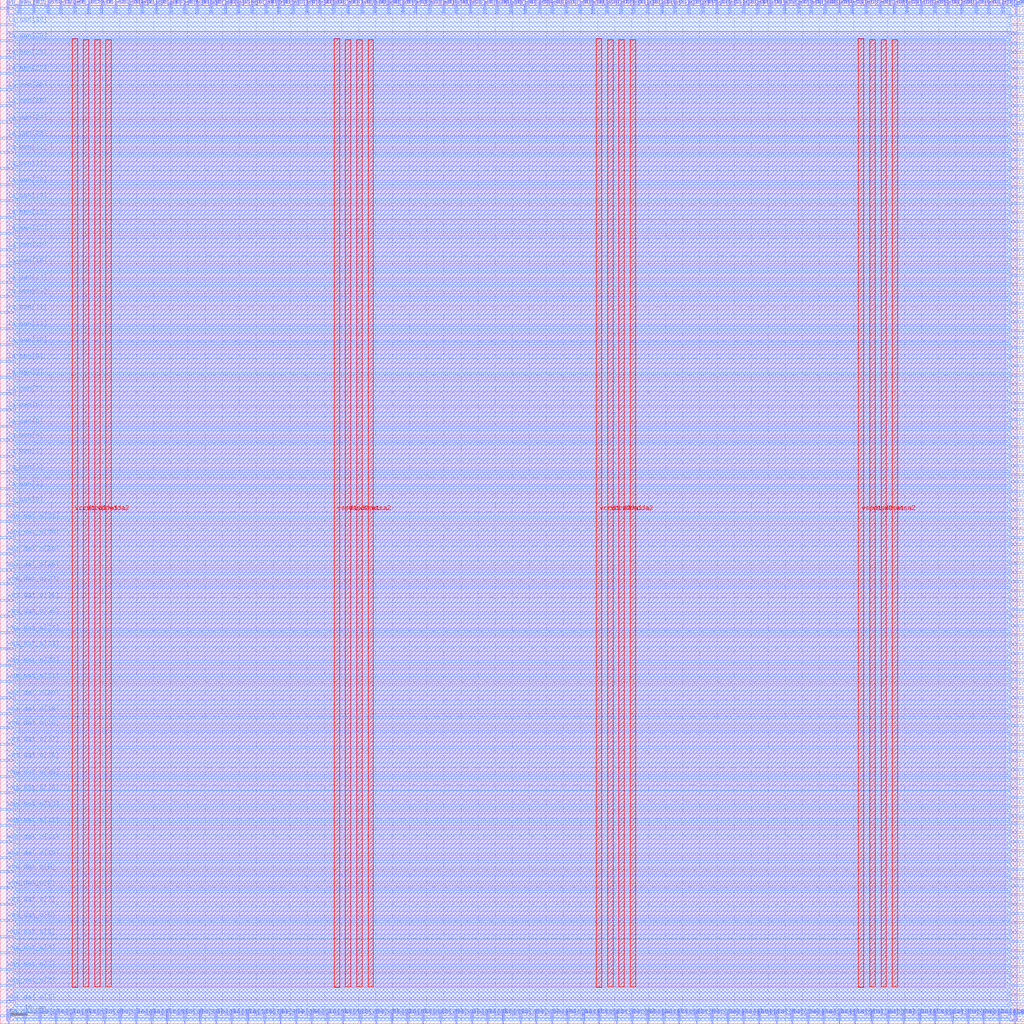
<source format=lef>
VERSION 5.7 ;
  NOWIREEXTENSIONATPIN ON ;
  DIVIDERCHAR "/" ;
  BUSBITCHARS "[]" ;
MACRO wrapped_myip1
  CLASS BLOCK ;
  FOREIGN wrapped_myip1 ;
  ORIGIN 0.000 0.000 ;
  SIZE 300.000 BY 300.000 ;
  PIN active
    DIRECTION INPUT ;
    USE SIGNAL ;
    PORT
      LAYER met2 ;
        RECT 25.850 296.000 26.130 300.000 ;
    END
  END active
  PIN io_in[0]
    DIRECTION INPUT ;
    USE SIGNAL ;
    PORT
      LAYER met3 ;
        RECT 296.000 0.720 300.000 1.320 ;
    END
  END io_in[0]
  PIN io_in[10]
    DIRECTION INPUT ;
    USE SIGNAL ;
    PORT
      LAYER met3 ;
        RECT 296.000 79.600 300.000 80.200 ;
    END
  END io_in[10]
  PIN io_in[11]
    DIRECTION INPUT ;
    USE SIGNAL ;
    PORT
      LAYER met3 ;
        RECT 296.000 87.080 300.000 87.680 ;
    END
  END io_in[11]
  PIN io_in[12]
    DIRECTION INPUT ;
    USE SIGNAL ;
    PORT
      LAYER met3 ;
        RECT 296.000 95.240 300.000 95.840 ;
    END
  END io_in[12]
  PIN io_in[13]
    DIRECTION INPUT ;
    USE SIGNAL ;
    PORT
      LAYER met3 ;
        RECT 296.000 102.720 300.000 103.320 ;
    END
  END io_in[13]
  PIN io_in[14]
    DIRECTION INPUT ;
    USE SIGNAL ;
    PORT
      LAYER met3 ;
        RECT 296.000 110.880 300.000 111.480 ;
    END
  END io_in[14]
  PIN io_in[15]
    DIRECTION INPUT ;
    USE SIGNAL ;
    PORT
      LAYER met3 ;
        RECT 296.000 119.040 300.000 119.640 ;
    END
  END io_in[15]
  PIN io_in[16]
    DIRECTION INPUT ;
    USE SIGNAL ;
    PORT
      LAYER met3 ;
        RECT 296.000 126.520 300.000 127.120 ;
    END
  END io_in[16]
  PIN io_in[17]
    DIRECTION INPUT ;
    USE SIGNAL ;
    PORT
      LAYER met3 ;
        RECT 296.000 134.680 300.000 135.280 ;
    END
  END io_in[17]
  PIN io_in[18]
    DIRECTION INPUT ;
    USE SIGNAL ;
    PORT
      LAYER met3 ;
        RECT 296.000 142.160 300.000 142.760 ;
    END
  END io_in[18]
  PIN io_in[19]
    DIRECTION INPUT ;
    USE SIGNAL ;
    PORT
      LAYER met3 ;
        RECT 296.000 150.320 300.000 150.920 ;
    END
  END io_in[19]
  PIN io_in[1]
    DIRECTION INPUT ;
    USE SIGNAL ;
    PORT
      LAYER met3 ;
        RECT 296.000 8.200 300.000 8.800 ;
    END
  END io_in[1]
  PIN io_in[20]
    DIRECTION INPUT ;
    USE SIGNAL ;
    PORT
      LAYER met3 ;
        RECT 296.000 158.480 300.000 159.080 ;
    END
  END io_in[20]
  PIN io_in[21]
    DIRECTION INPUT ;
    USE SIGNAL ;
    PORT
      LAYER met3 ;
        RECT 296.000 165.960 300.000 166.560 ;
    END
  END io_in[21]
  PIN io_in[22]
    DIRECTION INPUT ;
    USE SIGNAL ;
    PORT
      LAYER met3 ;
        RECT 296.000 174.120 300.000 174.720 ;
    END
  END io_in[22]
  PIN io_in[23]
    DIRECTION INPUT ;
    USE SIGNAL ;
    PORT
      LAYER met3 ;
        RECT 296.000 181.600 300.000 182.200 ;
    END
  END io_in[23]
  PIN io_in[24]
    DIRECTION INPUT ;
    USE SIGNAL ;
    PORT
      LAYER met3 ;
        RECT 296.000 189.760 300.000 190.360 ;
    END
  END io_in[24]
  PIN io_in[25]
    DIRECTION INPUT ;
    USE SIGNAL ;
    PORT
      LAYER met3 ;
        RECT 296.000 197.920 300.000 198.520 ;
    END
  END io_in[25]
  PIN io_in[26]
    DIRECTION INPUT ;
    USE SIGNAL ;
    PORT
      LAYER met3 ;
        RECT 296.000 205.400 300.000 206.000 ;
    END
  END io_in[26]
  PIN io_in[27]
    DIRECTION INPUT ;
    USE SIGNAL ;
    PORT
      LAYER met3 ;
        RECT 296.000 213.560 300.000 214.160 ;
    END
  END io_in[27]
  PIN io_in[28]
    DIRECTION INPUT ;
    USE SIGNAL ;
    PORT
      LAYER met3 ;
        RECT 296.000 221.040 300.000 221.640 ;
    END
  END io_in[28]
  PIN io_in[29]
    DIRECTION INPUT ;
    USE SIGNAL ;
    PORT
      LAYER met3 ;
        RECT 296.000 229.200 300.000 229.800 ;
    END
  END io_in[29]
  PIN io_in[2]
    DIRECTION INPUT ;
    USE SIGNAL ;
    PORT
      LAYER met3 ;
        RECT 296.000 16.360 300.000 16.960 ;
    END
  END io_in[2]
  PIN io_in[30]
    DIRECTION INPUT ;
    USE SIGNAL ;
    PORT
      LAYER met3 ;
        RECT 296.000 237.360 300.000 237.960 ;
    END
  END io_in[30]
  PIN io_in[31]
    DIRECTION INPUT ;
    USE SIGNAL ;
    PORT
      LAYER met3 ;
        RECT 296.000 244.840 300.000 245.440 ;
    END
  END io_in[31]
  PIN io_in[32]
    DIRECTION INPUT ;
    USE SIGNAL ;
    PORT
      LAYER met3 ;
        RECT 296.000 253.000 300.000 253.600 ;
    END
  END io_in[32]
  PIN io_in[33]
    DIRECTION INPUT ;
    USE SIGNAL ;
    PORT
      LAYER met3 ;
        RECT 296.000 260.480 300.000 261.080 ;
    END
  END io_in[33]
  PIN io_in[34]
    DIRECTION INPUT ;
    USE SIGNAL ;
    PORT
      LAYER met3 ;
        RECT 296.000 268.640 300.000 269.240 ;
    END
  END io_in[34]
  PIN io_in[35]
    DIRECTION INPUT ;
    USE SIGNAL ;
    PORT
      LAYER met3 ;
        RECT 296.000 276.800 300.000 277.400 ;
    END
  END io_in[35]
  PIN io_in[36]
    DIRECTION INPUT ;
    USE SIGNAL ;
    PORT
      LAYER met3 ;
        RECT 296.000 284.280 300.000 284.880 ;
    END
  END io_in[36]
  PIN io_in[37]
    DIRECTION INPUT ;
    USE SIGNAL ;
    PORT
      LAYER met3 ;
        RECT 296.000 292.440 300.000 293.040 ;
    END
  END io_in[37]
  PIN io_in[3]
    DIRECTION INPUT ;
    USE SIGNAL ;
    PORT
      LAYER met3 ;
        RECT 296.000 23.840 300.000 24.440 ;
    END
  END io_in[3]
  PIN io_in[4]
    DIRECTION INPUT ;
    USE SIGNAL ;
    PORT
      LAYER met3 ;
        RECT 296.000 32.000 300.000 32.600 ;
    END
  END io_in[4]
  PIN io_in[5]
    DIRECTION INPUT ;
    USE SIGNAL ;
    PORT
      LAYER met3 ;
        RECT 296.000 40.160 300.000 40.760 ;
    END
  END io_in[5]
  PIN io_in[6]
    DIRECTION INPUT ;
    USE SIGNAL ;
    PORT
      LAYER met3 ;
        RECT 296.000 47.640 300.000 48.240 ;
    END
  END io_in[6]
  PIN io_in[7]
    DIRECTION INPUT ;
    USE SIGNAL ;
    PORT
      LAYER met3 ;
        RECT 296.000 55.800 300.000 56.400 ;
    END
  END io_in[7]
  PIN io_in[8]
    DIRECTION INPUT ;
    USE SIGNAL ;
    PORT
      LAYER met3 ;
        RECT 296.000 63.280 300.000 63.880 ;
    END
  END io_in[8]
  PIN io_in[9]
    DIRECTION INPUT ;
    USE SIGNAL ;
    PORT
      LAYER met3 ;
        RECT 296.000 71.440 300.000 72.040 ;
    END
  END io_in[9]
  PIN io_oeb[0]
    DIRECTION OUTPUT TRISTATE ;
    USE SIGNAL ;
    PORT
      LAYER met3 ;
        RECT 296.000 5.480 300.000 6.080 ;
    END
  END io_oeb[0]
  PIN io_oeb[10]
    DIRECTION OUTPUT TRISTATE ;
    USE SIGNAL ;
    PORT
      LAYER met3 ;
        RECT 296.000 84.360 300.000 84.960 ;
    END
  END io_oeb[10]
  PIN io_oeb[11]
    DIRECTION OUTPUT TRISTATE ;
    USE SIGNAL ;
    PORT
      LAYER met3 ;
        RECT 296.000 92.520 300.000 93.120 ;
    END
  END io_oeb[11]
  PIN io_oeb[12]
    DIRECTION OUTPUT TRISTATE ;
    USE SIGNAL ;
    PORT
      LAYER met3 ;
        RECT 296.000 100.680 300.000 101.280 ;
    END
  END io_oeb[12]
  PIN io_oeb[13]
    DIRECTION OUTPUT TRISTATE ;
    USE SIGNAL ;
    PORT
      LAYER met3 ;
        RECT 296.000 108.160 300.000 108.760 ;
    END
  END io_oeb[13]
  PIN io_oeb[14]
    DIRECTION OUTPUT TRISTATE ;
    USE SIGNAL ;
    PORT
      LAYER met3 ;
        RECT 296.000 116.320 300.000 116.920 ;
    END
  END io_oeb[14]
  PIN io_oeb[15]
    DIRECTION OUTPUT TRISTATE ;
    USE SIGNAL ;
    PORT
      LAYER met3 ;
        RECT 296.000 123.800 300.000 124.400 ;
    END
  END io_oeb[15]
  PIN io_oeb[16]
    DIRECTION OUTPUT TRISTATE ;
    USE SIGNAL ;
    PORT
      LAYER met3 ;
        RECT 296.000 131.960 300.000 132.560 ;
    END
  END io_oeb[16]
  PIN io_oeb[17]
    DIRECTION OUTPUT TRISTATE ;
    USE SIGNAL ;
    PORT
      LAYER met3 ;
        RECT 296.000 140.120 300.000 140.720 ;
    END
  END io_oeb[17]
  PIN io_oeb[18]
    DIRECTION OUTPUT TRISTATE ;
    USE SIGNAL ;
    PORT
      LAYER met3 ;
        RECT 296.000 147.600 300.000 148.200 ;
    END
  END io_oeb[18]
  PIN io_oeb[19]
    DIRECTION OUTPUT TRISTATE ;
    USE SIGNAL ;
    PORT
      LAYER met3 ;
        RECT 296.000 155.760 300.000 156.360 ;
    END
  END io_oeb[19]
  PIN io_oeb[1]
    DIRECTION OUTPUT TRISTATE ;
    USE SIGNAL ;
    PORT
      LAYER met3 ;
        RECT 296.000 13.640 300.000 14.240 ;
    END
  END io_oeb[1]
  PIN io_oeb[20]
    DIRECTION OUTPUT TRISTATE ;
    USE SIGNAL ;
    PORT
      LAYER met3 ;
        RECT 296.000 163.240 300.000 163.840 ;
    END
  END io_oeb[20]
  PIN io_oeb[21]
    DIRECTION OUTPUT TRISTATE ;
    USE SIGNAL ;
    PORT
      LAYER met3 ;
        RECT 296.000 171.400 300.000 172.000 ;
    END
  END io_oeb[21]
  PIN io_oeb[22]
    DIRECTION OUTPUT TRISTATE ;
    USE SIGNAL ;
    PORT
      LAYER met3 ;
        RECT 296.000 179.560 300.000 180.160 ;
    END
  END io_oeb[22]
  PIN io_oeb[23]
    DIRECTION OUTPUT TRISTATE ;
    USE SIGNAL ;
    PORT
      LAYER met3 ;
        RECT 296.000 187.040 300.000 187.640 ;
    END
  END io_oeb[23]
  PIN io_oeb[24]
    DIRECTION OUTPUT TRISTATE ;
    USE SIGNAL ;
    PORT
      LAYER met3 ;
        RECT 296.000 195.200 300.000 195.800 ;
    END
  END io_oeb[24]
  PIN io_oeb[25]
    DIRECTION OUTPUT TRISTATE ;
    USE SIGNAL ;
    PORT
      LAYER met3 ;
        RECT 296.000 202.680 300.000 203.280 ;
    END
  END io_oeb[25]
  PIN io_oeb[26]
    DIRECTION OUTPUT TRISTATE ;
    USE SIGNAL ;
    PORT
      LAYER met3 ;
        RECT 296.000 210.840 300.000 211.440 ;
    END
  END io_oeb[26]
  PIN io_oeb[27]
    DIRECTION OUTPUT TRISTATE ;
    USE SIGNAL ;
    PORT
      LAYER met3 ;
        RECT 296.000 219.000 300.000 219.600 ;
    END
  END io_oeb[27]
  PIN io_oeb[28]
    DIRECTION OUTPUT TRISTATE ;
    USE SIGNAL ;
    PORT
      LAYER met3 ;
        RECT 296.000 226.480 300.000 227.080 ;
    END
  END io_oeb[28]
  PIN io_oeb[29]
    DIRECTION OUTPUT TRISTATE ;
    USE SIGNAL ;
    PORT
      LAYER met3 ;
        RECT 296.000 234.640 300.000 235.240 ;
    END
  END io_oeb[29]
  PIN io_oeb[2]
    DIRECTION OUTPUT TRISTATE ;
    USE SIGNAL ;
    PORT
      LAYER met3 ;
        RECT 296.000 21.120 300.000 21.720 ;
    END
  END io_oeb[2]
  PIN io_oeb[30]
    DIRECTION OUTPUT TRISTATE ;
    USE SIGNAL ;
    PORT
      LAYER met3 ;
        RECT 296.000 242.120 300.000 242.720 ;
    END
  END io_oeb[30]
  PIN io_oeb[31]
    DIRECTION OUTPUT TRISTATE ;
    USE SIGNAL ;
    PORT
      LAYER met3 ;
        RECT 296.000 250.280 300.000 250.880 ;
    END
  END io_oeb[31]
  PIN io_oeb[32]
    DIRECTION OUTPUT TRISTATE ;
    USE SIGNAL ;
    PORT
      LAYER met3 ;
        RECT 296.000 258.440 300.000 259.040 ;
    END
  END io_oeb[32]
  PIN io_oeb[33]
    DIRECTION OUTPUT TRISTATE ;
    USE SIGNAL ;
    PORT
      LAYER met3 ;
        RECT 296.000 265.920 300.000 266.520 ;
    END
  END io_oeb[33]
  PIN io_oeb[34]
    DIRECTION OUTPUT TRISTATE ;
    USE SIGNAL ;
    PORT
      LAYER met3 ;
        RECT 296.000 274.080 300.000 274.680 ;
    END
  END io_oeb[34]
  PIN io_oeb[35]
    DIRECTION OUTPUT TRISTATE ;
    USE SIGNAL ;
    PORT
      LAYER met3 ;
        RECT 296.000 281.560 300.000 282.160 ;
    END
  END io_oeb[35]
  PIN io_oeb[36]
    DIRECTION OUTPUT TRISTATE ;
    USE SIGNAL ;
    PORT
      LAYER met3 ;
        RECT 296.000 289.720 300.000 290.320 ;
    END
  END io_oeb[36]
  PIN io_oeb[37]
    DIRECTION OUTPUT TRISTATE ;
    USE SIGNAL ;
    PORT
      LAYER met3 ;
        RECT 296.000 297.880 300.000 298.480 ;
    END
  END io_oeb[37]
  PIN io_oeb[3]
    DIRECTION OUTPUT TRISTATE ;
    USE SIGNAL ;
    PORT
      LAYER met3 ;
        RECT 296.000 29.280 300.000 29.880 ;
    END
  END io_oeb[3]
  PIN io_oeb[4]
    DIRECTION OUTPUT TRISTATE ;
    USE SIGNAL ;
    PORT
      LAYER met3 ;
        RECT 296.000 37.440 300.000 38.040 ;
    END
  END io_oeb[4]
  PIN io_oeb[5]
    DIRECTION OUTPUT TRISTATE ;
    USE SIGNAL ;
    PORT
      LAYER met3 ;
        RECT 296.000 44.920 300.000 45.520 ;
    END
  END io_oeb[5]
  PIN io_oeb[6]
    DIRECTION OUTPUT TRISTATE ;
    USE SIGNAL ;
    PORT
      LAYER met3 ;
        RECT 296.000 53.080 300.000 53.680 ;
    END
  END io_oeb[6]
  PIN io_oeb[7]
    DIRECTION OUTPUT TRISTATE ;
    USE SIGNAL ;
    PORT
      LAYER met3 ;
        RECT 296.000 60.560 300.000 61.160 ;
    END
  END io_oeb[7]
  PIN io_oeb[8]
    DIRECTION OUTPUT TRISTATE ;
    USE SIGNAL ;
    PORT
      LAYER met3 ;
        RECT 296.000 68.720 300.000 69.320 ;
    END
  END io_oeb[8]
  PIN io_oeb[9]
    DIRECTION OUTPUT TRISTATE ;
    USE SIGNAL ;
    PORT
      LAYER met3 ;
        RECT 296.000 76.880 300.000 77.480 ;
    END
  END io_oeb[9]
  PIN io_out[0]
    DIRECTION OUTPUT TRISTATE ;
    USE SIGNAL ;
    PORT
      LAYER met3 ;
        RECT 296.000 2.760 300.000 3.360 ;
    END
  END io_out[0]
  PIN io_out[10]
    DIRECTION OUTPUT TRISTATE ;
    USE SIGNAL ;
    PORT
      LAYER met3 ;
        RECT 296.000 81.640 300.000 82.240 ;
    END
  END io_out[10]
  PIN io_out[11]
    DIRECTION OUTPUT TRISTATE ;
    USE SIGNAL ;
    PORT
      LAYER met3 ;
        RECT 296.000 89.800 300.000 90.400 ;
    END
  END io_out[11]
  PIN io_out[12]
    DIRECTION OUTPUT TRISTATE ;
    USE SIGNAL ;
    PORT
      LAYER met3 ;
        RECT 296.000 97.960 300.000 98.560 ;
    END
  END io_out[12]
  PIN io_out[13]
    DIRECTION OUTPUT TRISTATE ;
    USE SIGNAL ;
    PORT
      LAYER met3 ;
        RECT 296.000 105.440 300.000 106.040 ;
    END
  END io_out[13]
  PIN io_out[14]
    DIRECTION OUTPUT TRISTATE ;
    USE SIGNAL ;
    PORT
      LAYER met3 ;
        RECT 296.000 113.600 300.000 114.200 ;
    END
  END io_out[14]
  PIN io_out[15]
    DIRECTION OUTPUT TRISTATE ;
    USE SIGNAL ;
    PORT
      LAYER met3 ;
        RECT 296.000 121.080 300.000 121.680 ;
    END
  END io_out[15]
  PIN io_out[16]
    DIRECTION OUTPUT TRISTATE ;
    USE SIGNAL ;
    PORT
      LAYER met3 ;
        RECT 296.000 129.240 300.000 129.840 ;
    END
  END io_out[16]
  PIN io_out[17]
    DIRECTION OUTPUT TRISTATE ;
    USE SIGNAL ;
    PORT
      LAYER met3 ;
        RECT 296.000 137.400 300.000 138.000 ;
    END
  END io_out[17]
  PIN io_out[18]
    DIRECTION OUTPUT TRISTATE ;
    USE SIGNAL ;
    PORT
      LAYER met3 ;
        RECT 296.000 144.880 300.000 145.480 ;
    END
  END io_out[18]
  PIN io_out[19]
    DIRECTION OUTPUT TRISTATE ;
    USE SIGNAL ;
    PORT
      LAYER met3 ;
        RECT 296.000 153.040 300.000 153.640 ;
    END
  END io_out[19]
  PIN io_out[1]
    DIRECTION OUTPUT TRISTATE ;
    USE SIGNAL ;
    PORT
      LAYER met3 ;
        RECT 296.000 10.920 300.000 11.520 ;
    END
  END io_out[1]
  PIN io_out[20]
    DIRECTION OUTPUT TRISTATE ;
    USE SIGNAL ;
    PORT
      LAYER met3 ;
        RECT 296.000 160.520 300.000 161.120 ;
    END
  END io_out[20]
  PIN io_out[21]
    DIRECTION OUTPUT TRISTATE ;
    USE SIGNAL ;
    PORT
      LAYER met3 ;
        RECT 296.000 168.680 300.000 169.280 ;
    END
  END io_out[21]
  PIN io_out[22]
    DIRECTION OUTPUT TRISTATE ;
    USE SIGNAL ;
    PORT
      LAYER met3 ;
        RECT 296.000 176.840 300.000 177.440 ;
    END
  END io_out[22]
  PIN io_out[23]
    DIRECTION OUTPUT TRISTATE ;
    USE SIGNAL ;
    PORT
      LAYER met3 ;
        RECT 296.000 184.320 300.000 184.920 ;
    END
  END io_out[23]
  PIN io_out[24]
    DIRECTION OUTPUT TRISTATE ;
    USE SIGNAL ;
    PORT
      LAYER met3 ;
        RECT 296.000 192.480 300.000 193.080 ;
    END
  END io_out[24]
  PIN io_out[25]
    DIRECTION OUTPUT TRISTATE ;
    USE SIGNAL ;
    PORT
      LAYER met3 ;
        RECT 296.000 200.640 300.000 201.240 ;
    END
  END io_out[25]
  PIN io_out[26]
    DIRECTION OUTPUT TRISTATE ;
    USE SIGNAL ;
    PORT
      LAYER met3 ;
        RECT 296.000 208.120 300.000 208.720 ;
    END
  END io_out[26]
  PIN io_out[27]
    DIRECTION OUTPUT TRISTATE ;
    USE SIGNAL ;
    PORT
      LAYER met3 ;
        RECT 296.000 216.280 300.000 216.880 ;
    END
  END io_out[27]
  PIN io_out[28]
    DIRECTION OUTPUT TRISTATE ;
    USE SIGNAL ;
    PORT
      LAYER met3 ;
        RECT 296.000 223.760 300.000 224.360 ;
    END
  END io_out[28]
  PIN io_out[29]
    DIRECTION OUTPUT TRISTATE ;
    USE SIGNAL ;
    PORT
      LAYER met3 ;
        RECT 296.000 231.920 300.000 232.520 ;
    END
  END io_out[29]
  PIN io_out[2]
    DIRECTION OUTPUT TRISTATE ;
    USE SIGNAL ;
    PORT
      LAYER met3 ;
        RECT 296.000 19.080 300.000 19.680 ;
    END
  END io_out[2]
  PIN io_out[30]
    DIRECTION OUTPUT TRISTATE ;
    USE SIGNAL ;
    PORT
      LAYER met3 ;
        RECT 296.000 240.080 300.000 240.680 ;
    END
  END io_out[30]
  PIN io_out[31]
    DIRECTION OUTPUT TRISTATE ;
    USE SIGNAL ;
    PORT
      LAYER met3 ;
        RECT 296.000 247.560 300.000 248.160 ;
    END
  END io_out[31]
  PIN io_out[32]
    DIRECTION OUTPUT TRISTATE ;
    USE SIGNAL ;
    PORT
      LAYER met3 ;
        RECT 296.000 255.720 300.000 256.320 ;
    END
  END io_out[32]
  PIN io_out[33]
    DIRECTION OUTPUT TRISTATE ;
    USE SIGNAL ;
    PORT
      LAYER met3 ;
        RECT 296.000 263.200 300.000 263.800 ;
    END
  END io_out[33]
  PIN io_out[34]
    DIRECTION OUTPUT TRISTATE ;
    USE SIGNAL ;
    PORT
      LAYER met3 ;
        RECT 296.000 271.360 300.000 271.960 ;
    END
  END io_out[34]
  PIN io_out[35]
    DIRECTION OUTPUT TRISTATE ;
    USE SIGNAL ;
    PORT
      LAYER met3 ;
        RECT 296.000 279.520 300.000 280.120 ;
    END
  END io_out[35]
  PIN io_out[36]
    DIRECTION OUTPUT TRISTATE ;
    USE SIGNAL ;
    PORT
      LAYER met3 ;
        RECT 296.000 287.000 300.000 287.600 ;
    END
  END io_out[36]
  PIN io_out[37]
    DIRECTION OUTPUT TRISTATE ;
    USE SIGNAL ;
    PORT
      LAYER met3 ;
        RECT 296.000 295.160 300.000 295.760 ;
    END
  END io_out[37]
  PIN io_out[3]
    DIRECTION OUTPUT TRISTATE ;
    USE SIGNAL ;
    PORT
      LAYER met3 ;
        RECT 296.000 26.560 300.000 27.160 ;
    END
  END io_out[3]
  PIN io_out[4]
    DIRECTION OUTPUT TRISTATE ;
    USE SIGNAL ;
    PORT
      LAYER met3 ;
        RECT 296.000 34.720 300.000 35.320 ;
    END
  END io_out[4]
  PIN io_out[5]
    DIRECTION OUTPUT TRISTATE ;
    USE SIGNAL ;
    PORT
      LAYER met3 ;
        RECT 296.000 42.200 300.000 42.800 ;
    END
  END io_out[5]
  PIN io_out[6]
    DIRECTION OUTPUT TRISTATE ;
    USE SIGNAL ;
    PORT
      LAYER met3 ;
        RECT 296.000 50.360 300.000 50.960 ;
    END
  END io_out[6]
  PIN io_out[7]
    DIRECTION OUTPUT TRISTATE ;
    USE SIGNAL ;
    PORT
      LAYER met3 ;
        RECT 296.000 58.520 300.000 59.120 ;
    END
  END io_out[7]
  PIN io_out[8]
    DIRECTION OUTPUT TRISTATE ;
    USE SIGNAL ;
    PORT
      LAYER met3 ;
        RECT 296.000 66.000 300.000 66.600 ;
    END
  END io_out[8]
  PIN io_out[9]
    DIRECTION OUTPUT TRISTATE ;
    USE SIGNAL ;
    PORT
      LAYER met3 ;
        RECT 296.000 74.160 300.000 74.760 ;
    END
  END io_out[9]
  PIN la_data_in[0]
    DIRECTION INPUT ;
    USE SIGNAL ;
    PORT
      LAYER met2 ;
        RECT 2.390 0.000 2.670 4.000 ;
    END
  END la_data_in[0]
  PIN la_data_in[10]
    DIRECTION INPUT ;
    USE SIGNAL ;
    PORT
      LAYER met2 ;
        RECT 48.850 0.000 49.130 4.000 ;
    END
  END la_data_in[10]
  PIN la_data_in[11]
    DIRECTION INPUT ;
    USE SIGNAL ;
    PORT
      LAYER met2 ;
        RECT 53.910 0.000 54.190 4.000 ;
    END
  END la_data_in[11]
  PIN la_data_in[12]
    DIRECTION INPUT ;
    USE SIGNAL ;
    PORT
      LAYER met2 ;
        RECT 58.510 0.000 58.790 4.000 ;
    END
  END la_data_in[12]
  PIN la_data_in[13]
    DIRECTION INPUT ;
    USE SIGNAL ;
    PORT
      LAYER met2 ;
        RECT 63.110 0.000 63.390 4.000 ;
    END
  END la_data_in[13]
  PIN la_data_in[14]
    DIRECTION INPUT ;
    USE SIGNAL ;
    PORT
      LAYER met2 ;
        RECT 67.710 0.000 67.990 4.000 ;
    END
  END la_data_in[14]
  PIN la_data_in[15]
    DIRECTION INPUT ;
    USE SIGNAL ;
    PORT
      LAYER met2 ;
        RECT 72.310 0.000 72.590 4.000 ;
    END
  END la_data_in[15]
  PIN la_data_in[16]
    DIRECTION INPUT ;
    USE SIGNAL ;
    PORT
      LAYER met2 ;
        RECT 77.370 0.000 77.650 4.000 ;
    END
  END la_data_in[16]
  PIN la_data_in[17]
    DIRECTION INPUT ;
    USE SIGNAL ;
    PORT
      LAYER met2 ;
        RECT 81.970 0.000 82.250 4.000 ;
    END
  END la_data_in[17]
  PIN la_data_in[18]
    DIRECTION INPUT ;
    USE SIGNAL ;
    PORT
      LAYER met2 ;
        RECT 86.570 0.000 86.850 4.000 ;
    END
  END la_data_in[18]
  PIN la_data_in[19]
    DIRECTION INPUT ;
    USE SIGNAL ;
    PORT
      LAYER met2 ;
        RECT 91.170 0.000 91.450 4.000 ;
    END
  END la_data_in[19]
  PIN la_data_in[1]
    DIRECTION INPUT ;
    USE SIGNAL ;
    PORT
      LAYER met2 ;
        RECT 6.990 0.000 7.270 4.000 ;
    END
  END la_data_in[1]
  PIN la_data_in[20]
    DIRECTION INPUT ;
    USE SIGNAL ;
    PORT
      LAYER met2 ;
        RECT 95.770 0.000 96.050 4.000 ;
    END
  END la_data_in[20]
  PIN la_data_in[21]
    DIRECTION INPUT ;
    USE SIGNAL ;
    PORT
      LAYER met2 ;
        RECT 100.370 0.000 100.650 4.000 ;
    END
  END la_data_in[21]
  PIN la_data_in[22]
    DIRECTION INPUT ;
    USE SIGNAL ;
    PORT
      LAYER met2 ;
        RECT 105.430 0.000 105.710 4.000 ;
    END
  END la_data_in[22]
  PIN la_data_in[23]
    DIRECTION INPUT ;
    USE SIGNAL ;
    PORT
      LAYER met2 ;
        RECT 110.030 0.000 110.310 4.000 ;
    END
  END la_data_in[23]
  PIN la_data_in[24]
    DIRECTION INPUT ;
    USE SIGNAL ;
    PORT
      LAYER met2 ;
        RECT 114.630 0.000 114.910 4.000 ;
    END
  END la_data_in[24]
  PIN la_data_in[25]
    DIRECTION INPUT ;
    USE SIGNAL ;
    PORT
      LAYER met2 ;
        RECT 119.230 0.000 119.510 4.000 ;
    END
  END la_data_in[25]
  PIN la_data_in[26]
    DIRECTION INPUT ;
    USE SIGNAL ;
    PORT
      LAYER met2 ;
        RECT 123.830 0.000 124.110 4.000 ;
    END
  END la_data_in[26]
  PIN la_data_in[27]
    DIRECTION INPUT ;
    USE SIGNAL ;
    PORT
      LAYER met2 ;
        RECT 128.890 0.000 129.170 4.000 ;
    END
  END la_data_in[27]
  PIN la_data_in[28]
    DIRECTION INPUT ;
    USE SIGNAL ;
    PORT
      LAYER met2 ;
        RECT 133.490 0.000 133.770 4.000 ;
    END
  END la_data_in[28]
  PIN la_data_in[29]
    DIRECTION INPUT ;
    USE SIGNAL ;
    PORT
      LAYER met2 ;
        RECT 138.090 0.000 138.370 4.000 ;
    END
  END la_data_in[29]
  PIN la_data_in[2]
    DIRECTION INPUT ;
    USE SIGNAL ;
    PORT
      LAYER met2 ;
        RECT 11.590 0.000 11.870 4.000 ;
    END
  END la_data_in[2]
  PIN la_data_in[30]
    DIRECTION INPUT ;
    USE SIGNAL ;
    PORT
      LAYER met2 ;
        RECT 142.690 0.000 142.970 4.000 ;
    END
  END la_data_in[30]
  PIN la_data_in[31]
    DIRECTION INPUT ;
    USE SIGNAL ;
    PORT
      LAYER met2 ;
        RECT 147.290 0.000 147.570 4.000 ;
    END
  END la_data_in[31]
  PIN la_data_in[3]
    DIRECTION INPUT ;
    USE SIGNAL ;
    PORT
      LAYER met2 ;
        RECT 16.190 0.000 16.470 4.000 ;
    END
  END la_data_in[3]
  PIN la_data_in[4]
    DIRECTION INPUT ;
    USE SIGNAL ;
    PORT
      LAYER met2 ;
        RECT 20.790 0.000 21.070 4.000 ;
    END
  END la_data_in[4]
  PIN la_data_in[5]
    DIRECTION INPUT ;
    USE SIGNAL ;
    PORT
      LAYER met2 ;
        RECT 25.390 0.000 25.670 4.000 ;
    END
  END la_data_in[5]
  PIN la_data_in[6]
    DIRECTION INPUT ;
    USE SIGNAL ;
    PORT
      LAYER met2 ;
        RECT 30.450 0.000 30.730 4.000 ;
    END
  END la_data_in[6]
  PIN la_data_in[7]
    DIRECTION INPUT ;
    USE SIGNAL ;
    PORT
      LAYER met2 ;
        RECT 35.050 0.000 35.330 4.000 ;
    END
  END la_data_in[7]
  PIN la_data_in[8]
    DIRECTION INPUT ;
    USE SIGNAL ;
    PORT
      LAYER met2 ;
        RECT 39.650 0.000 39.930 4.000 ;
    END
  END la_data_in[8]
  PIN la_data_in[9]
    DIRECTION INPUT ;
    USE SIGNAL ;
    PORT
      LAYER met2 ;
        RECT 44.250 0.000 44.530 4.000 ;
    END
  END la_data_in[9]
  PIN la_data_out[0]
    DIRECTION OUTPUT TRISTATE ;
    USE SIGNAL ;
    PORT
      LAYER met2 ;
        RECT 152.350 0.000 152.630 4.000 ;
    END
  END la_data_out[0]
  PIN la_data_out[10]
    DIRECTION OUTPUT TRISTATE ;
    USE SIGNAL ;
    PORT
      LAYER met2 ;
        RECT 198.810 0.000 199.090 4.000 ;
    END
  END la_data_out[10]
  PIN la_data_out[11]
    DIRECTION OUTPUT TRISTATE ;
    USE SIGNAL ;
    PORT
      LAYER met2 ;
        RECT 203.870 0.000 204.150 4.000 ;
    END
  END la_data_out[11]
  PIN la_data_out[12]
    DIRECTION OUTPUT TRISTATE ;
    USE SIGNAL ;
    PORT
      LAYER met2 ;
        RECT 208.470 0.000 208.750 4.000 ;
    END
  END la_data_out[12]
  PIN la_data_out[13]
    DIRECTION OUTPUT TRISTATE ;
    USE SIGNAL ;
    PORT
      LAYER met2 ;
        RECT 213.070 0.000 213.350 4.000 ;
    END
  END la_data_out[13]
  PIN la_data_out[14]
    DIRECTION OUTPUT TRISTATE ;
    USE SIGNAL ;
    PORT
      LAYER met2 ;
        RECT 217.670 0.000 217.950 4.000 ;
    END
  END la_data_out[14]
  PIN la_data_out[15]
    DIRECTION OUTPUT TRISTATE ;
    USE SIGNAL ;
    PORT
      LAYER met2 ;
        RECT 222.270 0.000 222.550 4.000 ;
    END
  END la_data_out[15]
  PIN la_data_out[16]
    DIRECTION OUTPUT TRISTATE ;
    USE SIGNAL ;
    PORT
      LAYER met2 ;
        RECT 227.330 0.000 227.610 4.000 ;
    END
  END la_data_out[16]
  PIN la_data_out[17]
    DIRECTION OUTPUT TRISTATE ;
    USE SIGNAL ;
    PORT
      LAYER met2 ;
        RECT 231.930 0.000 232.210 4.000 ;
    END
  END la_data_out[17]
  PIN la_data_out[18]
    DIRECTION OUTPUT TRISTATE ;
    USE SIGNAL ;
    PORT
      LAYER met2 ;
        RECT 236.530 0.000 236.810 4.000 ;
    END
  END la_data_out[18]
  PIN la_data_out[19]
    DIRECTION OUTPUT TRISTATE ;
    USE SIGNAL ;
    PORT
      LAYER met2 ;
        RECT 241.130 0.000 241.410 4.000 ;
    END
  END la_data_out[19]
  PIN la_data_out[1]
    DIRECTION OUTPUT TRISTATE ;
    USE SIGNAL ;
    PORT
      LAYER met2 ;
        RECT 156.950 0.000 157.230 4.000 ;
    END
  END la_data_out[1]
  PIN la_data_out[20]
    DIRECTION OUTPUT TRISTATE ;
    USE SIGNAL ;
    PORT
      LAYER met2 ;
        RECT 245.730 0.000 246.010 4.000 ;
    END
  END la_data_out[20]
  PIN la_data_out[21]
    DIRECTION OUTPUT TRISTATE ;
    USE SIGNAL ;
    PORT
      LAYER met2 ;
        RECT 250.330 0.000 250.610 4.000 ;
    END
  END la_data_out[21]
  PIN la_data_out[22]
    DIRECTION OUTPUT TRISTATE ;
    USE SIGNAL ;
    PORT
      LAYER met2 ;
        RECT 255.390 0.000 255.670 4.000 ;
    END
  END la_data_out[22]
  PIN la_data_out[23]
    DIRECTION OUTPUT TRISTATE ;
    USE SIGNAL ;
    PORT
      LAYER met2 ;
        RECT 259.990 0.000 260.270 4.000 ;
    END
  END la_data_out[23]
  PIN la_data_out[24]
    DIRECTION OUTPUT TRISTATE ;
    USE SIGNAL ;
    PORT
      LAYER met2 ;
        RECT 264.590 0.000 264.870 4.000 ;
    END
  END la_data_out[24]
  PIN la_data_out[25]
    DIRECTION OUTPUT TRISTATE ;
    USE SIGNAL ;
    PORT
      LAYER met2 ;
        RECT 269.190 0.000 269.470 4.000 ;
    END
  END la_data_out[25]
  PIN la_data_out[26]
    DIRECTION OUTPUT TRISTATE ;
    USE SIGNAL ;
    PORT
      LAYER met2 ;
        RECT 273.790 0.000 274.070 4.000 ;
    END
  END la_data_out[26]
  PIN la_data_out[27]
    DIRECTION OUTPUT TRISTATE ;
    USE SIGNAL ;
    PORT
      LAYER met2 ;
        RECT 278.850 0.000 279.130 4.000 ;
    END
  END la_data_out[27]
  PIN la_data_out[28]
    DIRECTION OUTPUT TRISTATE ;
    USE SIGNAL ;
    PORT
      LAYER met2 ;
        RECT 283.450 0.000 283.730 4.000 ;
    END
  END la_data_out[28]
  PIN la_data_out[29]
    DIRECTION OUTPUT TRISTATE ;
    USE SIGNAL ;
    PORT
      LAYER met2 ;
        RECT 288.050 0.000 288.330 4.000 ;
    END
  END la_data_out[29]
  PIN la_data_out[2]
    DIRECTION OUTPUT TRISTATE ;
    USE SIGNAL ;
    PORT
      LAYER met2 ;
        RECT 161.550 0.000 161.830 4.000 ;
    END
  END la_data_out[2]
  PIN la_data_out[30]
    DIRECTION OUTPUT TRISTATE ;
    USE SIGNAL ;
    PORT
      LAYER met2 ;
        RECT 292.650 0.000 292.930 4.000 ;
    END
  END la_data_out[30]
  PIN la_data_out[31]
    DIRECTION OUTPUT TRISTATE ;
    USE SIGNAL ;
    PORT
      LAYER met2 ;
        RECT 297.250 0.000 297.530 4.000 ;
    END
  END la_data_out[31]
  PIN la_data_out[3]
    DIRECTION OUTPUT TRISTATE ;
    USE SIGNAL ;
    PORT
      LAYER met2 ;
        RECT 166.150 0.000 166.430 4.000 ;
    END
  END la_data_out[3]
  PIN la_data_out[4]
    DIRECTION OUTPUT TRISTATE ;
    USE SIGNAL ;
    PORT
      LAYER met2 ;
        RECT 170.750 0.000 171.030 4.000 ;
    END
  END la_data_out[4]
  PIN la_data_out[5]
    DIRECTION OUTPUT TRISTATE ;
    USE SIGNAL ;
    PORT
      LAYER met2 ;
        RECT 175.350 0.000 175.630 4.000 ;
    END
  END la_data_out[5]
  PIN la_data_out[6]
    DIRECTION OUTPUT TRISTATE ;
    USE SIGNAL ;
    PORT
      LAYER met2 ;
        RECT 180.410 0.000 180.690 4.000 ;
    END
  END la_data_out[6]
  PIN la_data_out[7]
    DIRECTION OUTPUT TRISTATE ;
    USE SIGNAL ;
    PORT
      LAYER met2 ;
        RECT 185.010 0.000 185.290 4.000 ;
    END
  END la_data_out[7]
  PIN la_data_out[8]
    DIRECTION OUTPUT TRISTATE ;
    USE SIGNAL ;
    PORT
      LAYER met2 ;
        RECT 189.610 0.000 189.890 4.000 ;
    END
  END la_data_out[8]
  PIN la_data_out[9]
    DIRECTION OUTPUT TRISTATE ;
    USE SIGNAL ;
    PORT
      LAYER met2 ;
        RECT 194.210 0.000 194.490 4.000 ;
    END
  END la_data_out[9]
  PIN la_oen[0]
    DIRECTION INPUT ;
    USE SIGNAL ;
    PORT
      LAYER met3 ;
        RECT 0.000 151.680 4.000 152.280 ;
    END
  END la_oen[0]
  PIN la_oen[10]
    DIRECTION INPUT ;
    USE SIGNAL ;
    PORT
      LAYER met3 ;
        RECT 0.000 198.600 4.000 199.200 ;
    END
  END la_oen[10]
  PIN la_oen[11]
    DIRECTION INPUT ;
    USE SIGNAL ;
    PORT
      LAYER met3 ;
        RECT 0.000 203.360 4.000 203.960 ;
    END
  END la_oen[11]
  PIN la_oen[12]
    DIRECTION INPUT ;
    USE SIGNAL ;
    PORT
      LAYER met3 ;
        RECT 0.000 208.120 4.000 208.720 ;
    END
  END la_oen[12]
  PIN la_oen[13]
    DIRECTION INPUT ;
    USE SIGNAL ;
    PORT
      LAYER met3 ;
        RECT 0.000 212.880 4.000 213.480 ;
    END
  END la_oen[13]
  PIN la_oen[14]
    DIRECTION INPUT ;
    USE SIGNAL ;
    PORT
      LAYER met3 ;
        RECT 0.000 216.960 4.000 217.560 ;
    END
  END la_oen[14]
  PIN la_oen[15]
    DIRECTION INPUT ;
    USE SIGNAL ;
    PORT
      LAYER met3 ;
        RECT 0.000 221.720 4.000 222.320 ;
    END
  END la_oen[15]
  PIN la_oen[16]
    DIRECTION INPUT ;
    USE SIGNAL ;
    PORT
      LAYER met3 ;
        RECT 0.000 226.480 4.000 227.080 ;
    END
  END la_oen[16]
  PIN la_oen[17]
    DIRECTION INPUT ;
    USE SIGNAL ;
    PORT
      LAYER met3 ;
        RECT 0.000 231.240 4.000 231.840 ;
    END
  END la_oen[17]
  PIN la_oen[18]
    DIRECTION INPUT ;
    USE SIGNAL ;
    PORT
      LAYER met3 ;
        RECT 0.000 236.000 4.000 236.600 ;
    END
  END la_oen[18]
  PIN la_oen[19]
    DIRECTION INPUT ;
    USE SIGNAL ;
    PORT
      LAYER met3 ;
        RECT 0.000 240.760 4.000 241.360 ;
    END
  END la_oen[19]
  PIN la_oen[1]
    DIRECTION INPUT ;
    USE SIGNAL ;
    PORT
      LAYER met3 ;
        RECT 0.000 156.440 4.000 157.040 ;
    END
  END la_oen[1]
  PIN la_oen[20]
    DIRECTION INPUT ;
    USE SIGNAL ;
    PORT
      LAYER met3 ;
        RECT 0.000 245.520 4.000 246.120 ;
    END
  END la_oen[20]
  PIN la_oen[21]
    DIRECTION INPUT ;
    USE SIGNAL ;
    PORT
      LAYER met3 ;
        RECT 0.000 250.280 4.000 250.880 ;
    END
  END la_oen[21]
  PIN la_oen[22]
    DIRECTION INPUT ;
    USE SIGNAL ;
    PORT
      LAYER met3 ;
        RECT 0.000 255.040 4.000 255.640 ;
    END
  END la_oen[22]
  PIN la_oen[23]
    DIRECTION INPUT ;
    USE SIGNAL ;
    PORT
      LAYER met3 ;
        RECT 0.000 259.120 4.000 259.720 ;
    END
  END la_oen[23]
  PIN la_oen[24]
    DIRECTION INPUT ;
    USE SIGNAL ;
    PORT
      LAYER met3 ;
        RECT 0.000 263.880 4.000 264.480 ;
    END
  END la_oen[24]
  PIN la_oen[25]
    DIRECTION INPUT ;
    USE SIGNAL ;
    PORT
      LAYER met3 ;
        RECT 0.000 268.640 4.000 269.240 ;
    END
  END la_oen[25]
  PIN la_oen[26]
    DIRECTION INPUT ;
    USE SIGNAL ;
    PORT
      LAYER met3 ;
        RECT 0.000 273.400 4.000 274.000 ;
    END
  END la_oen[26]
  PIN la_oen[27]
    DIRECTION INPUT ;
    USE SIGNAL ;
    PORT
      LAYER met3 ;
        RECT 0.000 278.160 4.000 278.760 ;
    END
  END la_oen[27]
  PIN la_oen[28]
    DIRECTION INPUT ;
    USE SIGNAL ;
    PORT
      LAYER met3 ;
        RECT 0.000 282.920 4.000 283.520 ;
    END
  END la_oen[28]
  PIN la_oen[29]
    DIRECTION INPUT ;
    USE SIGNAL ;
    PORT
      LAYER met3 ;
        RECT 0.000 287.680 4.000 288.280 ;
    END
  END la_oen[29]
  PIN la_oen[2]
    DIRECTION INPUT ;
    USE SIGNAL ;
    PORT
      LAYER met3 ;
        RECT 0.000 161.200 4.000 161.800 ;
    END
  END la_oen[2]
  PIN la_oen[30]
    DIRECTION INPUT ;
    USE SIGNAL ;
    PORT
      LAYER met3 ;
        RECT 0.000 292.440 4.000 293.040 ;
    END
  END la_oen[30]
  PIN la_oen[31]
    DIRECTION INPUT ;
    USE SIGNAL ;
    PORT
      LAYER met3 ;
        RECT 0.000 297.200 4.000 297.800 ;
    END
  END la_oen[31]
  PIN la_oen[3]
    DIRECTION INPUT ;
    USE SIGNAL ;
    PORT
      LAYER met3 ;
        RECT 0.000 165.960 4.000 166.560 ;
    END
  END la_oen[3]
  PIN la_oen[4]
    DIRECTION INPUT ;
    USE SIGNAL ;
    PORT
      LAYER met3 ;
        RECT 0.000 170.720 4.000 171.320 ;
    END
  END la_oen[4]
  PIN la_oen[5]
    DIRECTION INPUT ;
    USE SIGNAL ;
    PORT
      LAYER met3 ;
        RECT 0.000 174.800 4.000 175.400 ;
    END
  END la_oen[5]
  PIN la_oen[6]
    DIRECTION INPUT ;
    USE SIGNAL ;
    PORT
      LAYER met3 ;
        RECT 0.000 179.560 4.000 180.160 ;
    END
  END la_oen[6]
  PIN la_oen[7]
    DIRECTION INPUT ;
    USE SIGNAL ;
    PORT
      LAYER met3 ;
        RECT 0.000 184.320 4.000 184.920 ;
    END
  END la_oen[7]
  PIN la_oen[8]
    DIRECTION INPUT ;
    USE SIGNAL ;
    PORT
      LAYER met3 ;
        RECT 0.000 189.080 4.000 189.680 ;
    END
  END la_oen[8]
  PIN la_oen[9]
    DIRECTION INPUT ;
    USE SIGNAL ;
    PORT
      LAYER met3 ;
        RECT 0.000 193.840 4.000 194.440 ;
    END
  END la_oen[9]
  PIN wb_clk_i
    DIRECTION INPUT ;
    USE SIGNAL ;
    PORT
      LAYER met2 ;
        RECT 1.930 296.000 2.210 300.000 ;
    END
  END wb_clk_i
  PIN wb_rst_i
    DIRECTION INPUT ;
    USE SIGNAL ;
    PORT
      LAYER met2 ;
        RECT 5.610 296.000 5.890 300.000 ;
    END
  END wb_rst_i
  PIN wbs_ack_o
    DIRECTION OUTPUT TRISTATE ;
    USE SIGNAL ;
    PORT
      LAYER met2 ;
        RECT 21.710 296.000 21.990 300.000 ;
    END
  END wbs_ack_o
  PIN wbs_adr_i[0]
    DIRECTION INPUT ;
    USE SIGNAL ;
    PORT
      LAYER met2 ;
        RECT 45.630 296.000 45.910 300.000 ;
    END
  END wbs_adr_i[0]
  PIN wbs_adr_i[10]
    DIRECTION INPUT ;
    USE SIGNAL ;
    PORT
      LAYER met2 ;
        RECT 85.650 296.000 85.930 300.000 ;
    END
  END wbs_adr_i[10]
  PIN wbs_adr_i[11]
    DIRECTION INPUT ;
    USE SIGNAL ;
    PORT
      LAYER met2 ;
        RECT 89.790 296.000 90.070 300.000 ;
    END
  END wbs_adr_i[11]
  PIN wbs_adr_i[12]
    DIRECTION INPUT ;
    USE SIGNAL ;
    PORT
      LAYER met2 ;
        RECT 93.470 296.000 93.750 300.000 ;
    END
  END wbs_adr_i[12]
  PIN wbs_adr_i[13]
    DIRECTION INPUT ;
    USE SIGNAL ;
    PORT
      LAYER met2 ;
        RECT 97.610 296.000 97.890 300.000 ;
    END
  END wbs_adr_i[13]
  PIN wbs_adr_i[14]
    DIRECTION INPUT ;
    USE SIGNAL ;
    PORT
      LAYER met2 ;
        RECT 101.750 296.000 102.030 300.000 ;
    END
  END wbs_adr_i[14]
  PIN wbs_adr_i[15]
    DIRECTION INPUT ;
    USE SIGNAL ;
    PORT
      LAYER met2 ;
        RECT 105.890 296.000 106.170 300.000 ;
    END
  END wbs_adr_i[15]
  PIN wbs_adr_i[16]
    DIRECTION INPUT ;
    USE SIGNAL ;
    PORT
      LAYER met2 ;
        RECT 109.570 296.000 109.850 300.000 ;
    END
  END wbs_adr_i[16]
  PIN wbs_adr_i[17]
    DIRECTION INPUT ;
    USE SIGNAL ;
    PORT
      LAYER met2 ;
        RECT 113.710 296.000 113.990 300.000 ;
    END
  END wbs_adr_i[17]
  PIN wbs_adr_i[18]
    DIRECTION INPUT ;
    USE SIGNAL ;
    PORT
      LAYER met2 ;
        RECT 117.850 296.000 118.130 300.000 ;
    END
  END wbs_adr_i[18]
  PIN wbs_adr_i[19]
    DIRECTION INPUT ;
    USE SIGNAL ;
    PORT
      LAYER met2 ;
        RECT 121.530 296.000 121.810 300.000 ;
    END
  END wbs_adr_i[19]
  PIN wbs_adr_i[1]
    DIRECTION INPUT ;
    USE SIGNAL ;
    PORT
      LAYER met2 ;
        RECT 49.770 296.000 50.050 300.000 ;
    END
  END wbs_adr_i[1]
  PIN wbs_adr_i[20]
    DIRECTION INPUT ;
    USE SIGNAL ;
    PORT
      LAYER met2 ;
        RECT 125.670 296.000 125.950 300.000 ;
    END
  END wbs_adr_i[20]
  PIN wbs_adr_i[21]
    DIRECTION INPUT ;
    USE SIGNAL ;
    PORT
      LAYER met2 ;
        RECT 129.810 296.000 130.090 300.000 ;
    END
  END wbs_adr_i[21]
  PIN wbs_adr_i[22]
    DIRECTION INPUT ;
    USE SIGNAL ;
    PORT
      LAYER met2 ;
        RECT 133.490 296.000 133.770 300.000 ;
    END
  END wbs_adr_i[22]
  PIN wbs_adr_i[23]
    DIRECTION INPUT ;
    USE SIGNAL ;
    PORT
      LAYER met2 ;
        RECT 137.630 296.000 137.910 300.000 ;
    END
  END wbs_adr_i[23]
  PIN wbs_adr_i[24]
    DIRECTION INPUT ;
    USE SIGNAL ;
    PORT
      LAYER met2 ;
        RECT 141.770 296.000 142.050 300.000 ;
    END
  END wbs_adr_i[24]
  PIN wbs_adr_i[25]
    DIRECTION INPUT ;
    USE SIGNAL ;
    PORT
      LAYER met2 ;
        RECT 145.450 296.000 145.730 300.000 ;
    END
  END wbs_adr_i[25]
  PIN wbs_adr_i[26]
    DIRECTION INPUT ;
    USE SIGNAL ;
    PORT
      LAYER met2 ;
        RECT 149.590 296.000 149.870 300.000 ;
    END
  END wbs_adr_i[26]
  PIN wbs_adr_i[27]
    DIRECTION INPUT ;
    USE SIGNAL ;
    PORT
      LAYER met2 ;
        RECT 153.730 296.000 154.010 300.000 ;
    END
  END wbs_adr_i[27]
  PIN wbs_adr_i[28]
    DIRECTION INPUT ;
    USE SIGNAL ;
    PORT
      LAYER met2 ;
        RECT 157.870 296.000 158.150 300.000 ;
    END
  END wbs_adr_i[28]
  PIN wbs_adr_i[29]
    DIRECTION INPUT ;
    USE SIGNAL ;
    PORT
      LAYER met2 ;
        RECT 161.550 296.000 161.830 300.000 ;
    END
  END wbs_adr_i[29]
  PIN wbs_adr_i[2]
    DIRECTION INPUT ;
    USE SIGNAL ;
    PORT
      LAYER met2 ;
        RECT 53.910 296.000 54.190 300.000 ;
    END
  END wbs_adr_i[2]
  PIN wbs_adr_i[30]
    DIRECTION INPUT ;
    USE SIGNAL ;
    PORT
      LAYER met2 ;
        RECT 165.690 296.000 165.970 300.000 ;
    END
  END wbs_adr_i[30]
  PIN wbs_adr_i[31]
    DIRECTION INPUT ;
    USE SIGNAL ;
    PORT
      LAYER met2 ;
        RECT 169.830 296.000 170.110 300.000 ;
    END
  END wbs_adr_i[31]
  PIN wbs_adr_i[3]
    DIRECTION INPUT ;
    USE SIGNAL ;
    PORT
      LAYER met2 ;
        RECT 57.590 296.000 57.870 300.000 ;
    END
  END wbs_adr_i[3]
  PIN wbs_adr_i[4]
    DIRECTION INPUT ;
    USE SIGNAL ;
    PORT
      LAYER met2 ;
        RECT 61.730 296.000 62.010 300.000 ;
    END
  END wbs_adr_i[4]
  PIN wbs_adr_i[5]
    DIRECTION INPUT ;
    USE SIGNAL ;
    PORT
      LAYER met2 ;
        RECT 65.870 296.000 66.150 300.000 ;
    END
  END wbs_adr_i[5]
  PIN wbs_adr_i[6]
    DIRECTION INPUT ;
    USE SIGNAL ;
    PORT
      LAYER met2 ;
        RECT 69.550 296.000 69.830 300.000 ;
    END
  END wbs_adr_i[6]
  PIN wbs_adr_i[7]
    DIRECTION INPUT ;
    USE SIGNAL ;
    PORT
      LAYER met2 ;
        RECT 73.690 296.000 73.970 300.000 ;
    END
  END wbs_adr_i[7]
  PIN wbs_adr_i[8]
    DIRECTION INPUT ;
    USE SIGNAL ;
    PORT
      LAYER met2 ;
        RECT 77.830 296.000 78.110 300.000 ;
    END
  END wbs_adr_i[8]
  PIN wbs_adr_i[9]
    DIRECTION INPUT ;
    USE SIGNAL ;
    PORT
      LAYER met2 ;
        RECT 81.510 296.000 81.790 300.000 ;
    END
  END wbs_adr_i[9]
  PIN wbs_cyc_i
    DIRECTION INPUT ;
    USE SIGNAL ;
    PORT
      LAYER met2 ;
        RECT 13.890 296.000 14.170 300.000 ;
    END
  END wbs_cyc_i
  PIN wbs_dat_i[0]
    DIRECTION INPUT ;
    USE SIGNAL ;
    PORT
      LAYER met2 ;
        RECT 173.510 296.000 173.790 300.000 ;
    END
  END wbs_dat_i[0]
  PIN wbs_dat_i[10]
    DIRECTION INPUT ;
    USE SIGNAL ;
    PORT
      LAYER met2 ;
        RECT 213.530 296.000 213.810 300.000 ;
    END
  END wbs_dat_i[10]
  PIN wbs_dat_i[11]
    DIRECTION INPUT ;
    USE SIGNAL ;
    PORT
      LAYER met2 ;
        RECT 217.670 296.000 217.950 300.000 ;
    END
  END wbs_dat_i[11]
  PIN wbs_dat_i[12]
    DIRECTION INPUT ;
    USE SIGNAL ;
    PORT
      LAYER met2 ;
        RECT 221.810 296.000 222.090 300.000 ;
    END
  END wbs_dat_i[12]
  PIN wbs_dat_i[13]
    DIRECTION INPUT ;
    USE SIGNAL ;
    PORT
      LAYER met2 ;
        RECT 225.490 296.000 225.770 300.000 ;
    END
  END wbs_dat_i[13]
  PIN wbs_dat_i[14]
    DIRECTION INPUT ;
    USE SIGNAL ;
    PORT
      LAYER met2 ;
        RECT 229.630 296.000 229.910 300.000 ;
    END
  END wbs_dat_i[14]
  PIN wbs_dat_i[15]
    DIRECTION INPUT ;
    USE SIGNAL ;
    PORT
      LAYER met2 ;
        RECT 233.770 296.000 234.050 300.000 ;
    END
  END wbs_dat_i[15]
  PIN wbs_dat_i[16]
    DIRECTION INPUT ;
    USE SIGNAL ;
    PORT
      LAYER met2 ;
        RECT 237.450 296.000 237.730 300.000 ;
    END
  END wbs_dat_i[16]
  PIN wbs_dat_i[17]
    DIRECTION INPUT ;
    USE SIGNAL ;
    PORT
      LAYER met2 ;
        RECT 241.590 296.000 241.870 300.000 ;
    END
  END wbs_dat_i[17]
  PIN wbs_dat_i[18]
    DIRECTION INPUT ;
    USE SIGNAL ;
    PORT
      LAYER met2 ;
        RECT 245.730 296.000 246.010 300.000 ;
    END
  END wbs_dat_i[18]
  PIN wbs_dat_i[19]
    DIRECTION INPUT ;
    USE SIGNAL ;
    PORT
      LAYER met2 ;
        RECT 249.410 296.000 249.690 300.000 ;
    END
  END wbs_dat_i[19]
  PIN wbs_dat_i[1]
    DIRECTION INPUT ;
    USE SIGNAL ;
    PORT
      LAYER met2 ;
        RECT 177.650 296.000 177.930 300.000 ;
    END
  END wbs_dat_i[1]
  PIN wbs_dat_i[20]
    DIRECTION INPUT ;
    USE SIGNAL ;
    PORT
      LAYER met2 ;
        RECT 253.550 296.000 253.830 300.000 ;
    END
  END wbs_dat_i[20]
  PIN wbs_dat_i[21]
    DIRECTION INPUT ;
    USE SIGNAL ;
    PORT
      LAYER met2 ;
        RECT 257.690 296.000 257.970 300.000 ;
    END
  END wbs_dat_i[21]
  PIN wbs_dat_i[22]
    DIRECTION INPUT ;
    USE SIGNAL ;
    PORT
      LAYER met2 ;
        RECT 261.830 296.000 262.110 300.000 ;
    END
  END wbs_dat_i[22]
  PIN wbs_dat_i[23]
    DIRECTION INPUT ;
    USE SIGNAL ;
    PORT
      LAYER met2 ;
        RECT 265.510 296.000 265.790 300.000 ;
    END
  END wbs_dat_i[23]
  PIN wbs_dat_i[24]
    DIRECTION INPUT ;
    USE SIGNAL ;
    PORT
      LAYER met2 ;
        RECT 269.650 296.000 269.930 300.000 ;
    END
  END wbs_dat_i[24]
  PIN wbs_dat_i[25]
    DIRECTION INPUT ;
    USE SIGNAL ;
    PORT
      LAYER met2 ;
        RECT 273.790 296.000 274.070 300.000 ;
    END
  END wbs_dat_i[25]
  PIN wbs_dat_i[26]
    DIRECTION INPUT ;
    USE SIGNAL ;
    PORT
      LAYER met2 ;
        RECT 277.470 296.000 277.750 300.000 ;
    END
  END wbs_dat_i[26]
  PIN wbs_dat_i[27]
    DIRECTION INPUT ;
    USE SIGNAL ;
    PORT
      LAYER met2 ;
        RECT 281.610 296.000 281.890 300.000 ;
    END
  END wbs_dat_i[27]
  PIN wbs_dat_i[28]
    DIRECTION INPUT ;
    USE SIGNAL ;
    PORT
      LAYER met2 ;
        RECT 285.750 296.000 286.030 300.000 ;
    END
  END wbs_dat_i[28]
  PIN wbs_dat_i[29]
    DIRECTION INPUT ;
    USE SIGNAL ;
    PORT
      LAYER met2 ;
        RECT 289.430 296.000 289.710 300.000 ;
    END
  END wbs_dat_i[29]
  PIN wbs_dat_i[2]
    DIRECTION INPUT ;
    USE SIGNAL ;
    PORT
      LAYER met2 ;
        RECT 181.790 296.000 182.070 300.000 ;
    END
  END wbs_dat_i[2]
  PIN wbs_dat_i[30]
    DIRECTION INPUT ;
    USE SIGNAL ;
    PORT
      LAYER met2 ;
        RECT 293.570 296.000 293.850 300.000 ;
    END
  END wbs_dat_i[30]
  PIN wbs_dat_i[31]
    DIRECTION INPUT ;
    USE SIGNAL ;
    PORT
      LAYER met2 ;
        RECT 297.710 296.000 297.990 300.000 ;
    END
  END wbs_dat_i[31]
  PIN wbs_dat_i[3]
    DIRECTION INPUT ;
    USE SIGNAL ;
    PORT
      LAYER met2 ;
        RECT 185.470 296.000 185.750 300.000 ;
    END
  END wbs_dat_i[3]
  PIN wbs_dat_i[4]
    DIRECTION INPUT ;
    USE SIGNAL ;
    PORT
      LAYER met2 ;
        RECT 189.610 296.000 189.890 300.000 ;
    END
  END wbs_dat_i[4]
  PIN wbs_dat_i[5]
    DIRECTION INPUT ;
    USE SIGNAL ;
    PORT
      LAYER met2 ;
        RECT 193.750 296.000 194.030 300.000 ;
    END
  END wbs_dat_i[5]
  PIN wbs_dat_i[6]
    DIRECTION INPUT ;
    USE SIGNAL ;
    PORT
      LAYER met2 ;
        RECT 197.430 296.000 197.710 300.000 ;
    END
  END wbs_dat_i[6]
  PIN wbs_dat_i[7]
    DIRECTION INPUT ;
    USE SIGNAL ;
    PORT
      LAYER met2 ;
        RECT 201.570 296.000 201.850 300.000 ;
    END
  END wbs_dat_i[7]
  PIN wbs_dat_i[8]
    DIRECTION INPUT ;
    USE SIGNAL ;
    PORT
      LAYER met2 ;
        RECT 205.710 296.000 205.990 300.000 ;
    END
  END wbs_dat_i[8]
  PIN wbs_dat_i[9]
    DIRECTION INPUT ;
    USE SIGNAL ;
    PORT
      LAYER met2 ;
        RECT 209.850 296.000 210.130 300.000 ;
    END
  END wbs_dat_i[9]
  PIN wbs_dat_o[0]
    DIRECTION OUTPUT TRISTATE ;
    USE SIGNAL ;
    PORT
      LAYER met3 ;
        RECT 0.000 2.080 4.000 2.680 ;
    END
  END wbs_dat_o[0]
  PIN wbs_dat_o[10]
    DIRECTION OUTPUT TRISTATE ;
    USE SIGNAL ;
    PORT
      LAYER met3 ;
        RECT 0.000 48.320 4.000 48.920 ;
    END
  END wbs_dat_o[10]
  PIN wbs_dat_o[11]
    DIRECTION OUTPUT TRISTATE ;
    USE SIGNAL ;
    PORT
      LAYER met3 ;
        RECT 0.000 53.080 4.000 53.680 ;
    END
  END wbs_dat_o[11]
  PIN wbs_dat_o[12]
    DIRECTION OUTPUT TRISTATE ;
    USE SIGNAL ;
    PORT
      LAYER met3 ;
        RECT 0.000 57.840 4.000 58.440 ;
    END
  END wbs_dat_o[12]
  PIN wbs_dat_o[13]
    DIRECTION OUTPUT TRISTATE ;
    USE SIGNAL ;
    PORT
      LAYER met3 ;
        RECT 0.000 62.600 4.000 63.200 ;
    END
  END wbs_dat_o[13]
  PIN wbs_dat_o[14]
    DIRECTION OUTPUT TRISTATE ;
    USE SIGNAL ;
    PORT
      LAYER met3 ;
        RECT 0.000 67.360 4.000 67.960 ;
    END
  END wbs_dat_o[14]
  PIN wbs_dat_o[15]
    DIRECTION OUTPUT TRISTATE ;
    USE SIGNAL ;
    PORT
      LAYER met3 ;
        RECT 0.000 72.120 4.000 72.720 ;
    END
  END wbs_dat_o[15]
  PIN wbs_dat_o[16]
    DIRECTION OUTPUT TRISTATE ;
    USE SIGNAL ;
    PORT
      LAYER met3 ;
        RECT 0.000 76.880 4.000 77.480 ;
    END
  END wbs_dat_o[16]
  PIN wbs_dat_o[17]
    DIRECTION OUTPUT TRISTATE ;
    USE SIGNAL ;
    PORT
      LAYER met3 ;
        RECT 0.000 81.640 4.000 82.240 ;
    END
  END wbs_dat_o[17]
  PIN wbs_dat_o[18]
    DIRECTION OUTPUT TRISTATE ;
    USE SIGNAL ;
    PORT
      LAYER met3 ;
        RECT 0.000 86.400 4.000 87.000 ;
    END
  END wbs_dat_o[18]
  PIN wbs_dat_o[19]
    DIRECTION OUTPUT TRISTATE ;
    USE SIGNAL ;
    PORT
      LAYER met3 ;
        RECT 0.000 90.480 4.000 91.080 ;
    END
  END wbs_dat_o[19]
  PIN wbs_dat_o[1]
    DIRECTION OUTPUT TRISTATE ;
    USE SIGNAL ;
    PORT
      LAYER met3 ;
        RECT 0.000 6.160 4.000 6.760 ;
    END
  END wbs_dat_o[1]
  PIN wbs_dat_o[20]
    DIRECTION OUTPUT TRISTATE ;
    USE SIGNAL ;
    PORT
      LAYER met3 ;
        RECT 0.000 95.240 4.000 95.840 ;
    END
  END wbs_dat_o[20]
  PIN wbs_dat_o[21]
    DIRECTION OUTPUT TRISTATE ;
    USE SIGNAL ;
    PORT
      LAYER met3 ;
        RECT 0.000 100.000 4.000 100.600 ;
    END
  END wbs_dat_o[21]
  PIN wbs_dat_o[22]
    DIRECTION OUTPUT TRISTATE ;
    USE SIGNAL ;
    PORT
      LAYER met3 ;
        RECT 0.000 104.760 4.000 105.360 ;
    END
  END wbs_dat_o[22]
  PIN wbs_dat_o[23]
    DIRECTION OUTPUT TRISTATE ;
    USE SIGNAL ;
    PORT
      LAYER met3 ;
        RECT 0.000 109.520 4.000 110.120 ;
    END
  END wbs_dat_o[23]
  PIN wbs_dat_o[24]
    DIRECTION OUTPUT TRISTATE ;
    USE SIGNAL ;
    PORT
      LAYER met3 ;
        RECT 0.000 114.280 4.000 114.880 ;
    END
  END wbs_dat_o[24]
  PIN wbs_dat_o[25]
    DIRECTION OUTPUT TRISTATE ;
    USE SIGNAL ;
    PORT
      LAYER met3 ;
        RECT 0.000 119.040 4.000 119.640 ;
    END
  END wbs_dat_o[25]
  PIN wbs_dat_o[26]
    DIRECTION OUTPUT TRISTATE ;
    USE SIGNAL ;
    PORT
      LAYER met3 ;
        RECT 0.000 123.800 4.000 124.400 ;
    END
  END wbs_dat_o[26]
  PIN wbs_dat_o[27]
    DIRECTION OUTPUT TRISTATE ;
    USE SIGNAL ;
    PORT
      LAYER met3 ;
        RECT 0.000 128.560 4.000 129.160 ;
    END
  END wbs_dat_o[27]
  PIN wbs_dat_o[28]
    DIRECTION OUTPUT TRISTATE ;
    USE SIGNAL ;
    PORT
      LAYER met3 ;
        RECT 0.000 132.640 4.000 133.240 ;
    END
  END wbs_dat_o[28]
  PIN wbs_dat_o[29]
    DIRECTION OUTPUT TRISTATE ;
    USE SIGNAL ;
    PORT
      LAYER met3 ;
        RECT 0.000 137.400 4.000 138.000 ;
    END
  END wbs_dat_o[29]
  PIN wbs_dat_o[2]
    DIRECTION OUTPUT TRISTATE ;
    USE SIGNAL ;
    PORT
      LAYER met3 ;
        RECT 0.000 10.920 4.000 11.520 ;
    END
  END wbs_dat_o[2]
  PIN wbs_dat_o[30]
    DIRECTION OUTPUT TRISTATE ;
    USE SIGNAL ;
    PORT
      LAYER met3 ;
        RECT 0.000 142.160 4.000 142.760 ;
    END
  END wbs_dat_o[30]
  PIN wbs_dat_o[31]
    DIRECTION OUTPUT TRISTATE ;
    USE SIGNAL ;
    PORT
      LAYER met3 ;
        RECT 0.000 146.920 4.000 147.520 ;
    END
  END wbs_dat_o[31]
  PIN wbs_dat_o[3]
    DIRECTION OUTPUT TRISTATE ;
    USE SIGNAL ;
    PORT
      LAYER met3 ;
        RECT 0.000 15.680 4.000 16.280 ;
    END
  END wbs_dat_o[3]
  PIN wbs_dat_o[4]
    DIRECTION OUTPUT TRISTATE ;
    USE SIGNAL ;
    PORT
      LAYER met3 ;
        RECT 0.000 20.440 4.000 21.040 ;
    END
  END wbs_dat_o[4]
  PIN wbs_dat_o[5]
    DIRECTION OUTPUT TRISTATE ;
    USE SIGNAL ;
    PORT
      LAYER met3 ;
        RECT 0.000 25.200 4.000 25.800 ;
    END
  END wbs_dat_o[5]
  PIN wbs_dat_o[6]
    DIRECTION OUTPUT TRISTATE ;
    USE SIGNAL ;
    PORT
      LAYER met3 ;
        RECT 0.000 29.960 4.000 30.560 ;
    END
  END wbs_dat_o[6]
  PIN wbs_dat_o[7]
    DIRECTION OUTPUT TRISTATE ;
    USE SIGNAL ;
    PORT
      LAYER met3 ;
        RECT 0.000 34.720 4.000 35.320 ;
    END
  END wbs_dat_o[7]
  PIN wbs_dat_o[8]
    DIRECTION OUTPUT TRISTATE ;
    USE SIGNAL ;
    PORT
      LAYER met3 ;
        RECT 0.000 39.480 4.000 40.080 ;
    END
  END wbs_dat_o[8]
  PIN wbs_dat_o[9]
    DIRECTION OUTPUT TRISTATE ;
    USE SIGNAL ;
    PORT
      LAYER met3 ;
        RECT 0.000 44.240 4.000 44.840 ;
    END
  END wbs_dat_o[9]
  PIN wbs_sel_i[0]
    DIRECTION INPUT ;
    USE SIGNAL ;
    PORT
      LAYER met2 ;
        RECT 29.530 296.000 29.810 300.000 ;
    END
  END wbs_sel_i[0]
  PIN wbs_sel_i[1]
    DIRECTION INPUT ;
    USE SIGNAL ;
    PORT
      LAYER met2 ;
        RECT 33.670 296.000 33.950 300.000 ;
    END
  END wbs_sel_i[1]
  PIN wbs_sel_i[2]
    DIRECTION INPUT ;
    USE SIGNAL ;
    PORT
      LAYER met2 ;
        RECT 37.810 296.000 38.090 300.000 ;
    END
  END wbs_sel_i[2]
  PIN wbs_sel_i[3]
    DIRECTION INPUT ;
    USE SIGNAL ;
    PORT
      LAYER met2 ;
        RECT 41.490 296.000 41.770 300.000 ;
    END
  END wbs_sel_i[3]
  PIN wbs_stb_i
    DIRECTION INPUT ;
    USE SIGNAL ;
    PORT
      LAYER met2 ;
        RECT 9.750 296.000 10.030 300.000 ;
    END
  END wbs_stb_i
  PIN wbs_we_i
    DIRECTION INPUT ;
    USE SIGNAL ;
    PORT
      LAYER met2 ;
        RECT 17.570 296.000 17.850 300.000 ;
    END
  END wbs_we_i
  PIN vccd1
    DIRECTION INOUT ;
    USE POWER ;
    PORT
      LAYER met4 ;
        RECT 174.640 10.640 176.240 288.560 ;
    END
  END vccd1
  PIN vccd1
    DIRECTION INOUT ;
    USE POWER ;
    PORT
      LAYER met4 ;
        RECT 21.040 10.640 22.640 288.560 ;
    END
  END vccd1
  PIN vssd1
    DIRECTION INOUT ;
    USE GROUND ;
    PORT
      LAYER met4 ;
        RECT 251.440 10.640 253.040 288.560 ;
    END
  END vssd1
  PIN vssd1
    DIRECTION INOUT ;
    USE GROUND ;
    PORT
      LAYER met4 ;
        RECT 97.840 10.640 99.440 288.560 ;
    END
  END vssd1
  PIN vccd2
    DIRECTION INOUT ;
    USE POWER ;
    PORT
      LAYER met4 ;
        RECT 177.940 10.880 179.540 288.320 ;
    END
  END vccd2
  PIN vccd2
    DIRECTION INOUT ;
    USE POWER ;
    PORT
      LAYER met4 ;
        RECT 24.340 10.880 25.940 288.320 ;
    END
  END vccd2
  PIN vssd2
    DIRECTION INOUT ;
    USE GROUND ;
    PORT
      LAYER met4 ;
        RECT 254.740 10.880 256.340 288.320 ;
    END
  END vssd2
  PIN vssd2
    DIRECTION INOUT ;
    USE GROUND ;
    PORT
      LAYER met4 ;
        RECT 101.140 10.880 102.740 288.320 ;
    END
  END vssd2
  PIN vdda1
    DIRECTION INOUT ;
    USE POWER ;
    PORT
      LAYER met4 ;
        RECT 181.240 10.880 182.840 288.320 ;
    END
  END vdda1
  PIN vdda1
    DIRECTION INOUT ;
    USE POWER ;
    PORT
      LAYER met4 ;
        RECT 27.640 10.880 29.240 288.320 ;
    END
  END vdda1
  PIN vssa1
    DIRECTION INOUT ;
    USE GROUND ;
    PORT
      LAYER met4 ;
        RECT 258.040 10.880 259.640 288.320 ;
    END
  END vssa1
  PIN vssa1
    DIRECTION INOUT ;
    USE GROUND ;
    PORT
      LAYER met4 ;
        RECT 104.440 10.880 106.040 288.320 ;
    END
  END vssa1
  PIN vdda2
    DIRECTION INOUT ;
    USE POWER ;
    PORT
      LAYER met4 ;
        RECT 184.540 10.880 186.140 288.320 ;
    END
  END vdda2
  PIN vdda2
    DIRECTION INOUT ;
    USE POWER ;
    PORT
      LAYER met4 ;
        RECT 30.940 10.880 32.540 288.320 ;
    END
  END vdda2
  PIN vssa2
    DIRECTION INOUT ;
    USE GROUND ;
    PORT
      LAYER met4 ;
        RECT 261.340 10.880 262.940 288.320 ;
    END
  END vssa2
  PIN vssa2
    DIRECTION INOUT ;
    USE GROUND ;
    PORT
      LAYER met4 ;
        RECT 107.740 10.880 109.340 288.320 ;
    END
  END vssa2
  OBS
      LAYER li1 ;
        RECT 5.520 10.795 294.400 288.405 ;
      LAYER met1 ;
        RECT 1.910 6.840 298.010 290.660 ;
      LAYER met2 ;
        RECT 2.490 295.720 5.330 298.365 ;
        RECT 6.170 295.720 9.470 298.365 ;
        RECT 10.310 295.720 13.610 298.365 ;
        RECT 14.450 295.720 17.290 298.365 ;
        RECT 18.130 295.720 21.430 298.365 ;
        RECT 22.270 295.720 25.570 298.365 ;
        RECT 26.410 295.720 29.250 298.365 ;
        RECT 30.090 295.720 33.390 298.365 ;
        RECT 34.230 295.720 37.530 298.365 ;
        RECT 38.370 295.720 41.210 298.365 ;
        RECT 42.050 295.720 45.350 298.365 ;
        RECT 46.190 295.720 49.490 298.365 ;
        RECT 50.330 295.720 53.630 298.365 ;
        RECT 54.470 295.720 57.310 298.365 ;
        RECT 58.150 295.720 61.450 298.365 ;
        RECT 62.290 295.720 65.590 298.365 ;
        RECT 66.430 295.720 69.270 298.365 ;
        RECT 70.110 295.720 73.410 298.365 ;
        RECT 74.250 295.720 77.550 298.365 ;
        RECT 78.390 295.720 81.230 298.365 ;
        RECT 82.070 295.720 85.370 298.365 ;
        RECT 86.210 295.720 89.510 298.365 ;
        RECT 90.350 295.720 93.190 298.365 ;
        RECT 94.030 295.720 97.330 298.365 ;
        RECT 98.170 295.720 101.470 298.365 ;
        RECT 102.310 295.720 105.610 298.365 ;
        RECT 106.450 295.720 109.290 298.365 ;
        RECT 110.130 295.720 113.430 298.365 ;
        RECT 114.270 295.720 117.570 298.365 ;
        RECT 118.410 295.720 121.250 298.365 ;
        RECT 122.090 295.720 125.390 298.365 ;
        RECT 126.230 295.720 129.530 298.365 ;
        RECT 130.370 295.720 133.210 298.365 ;
        RECT 134.050 295.720 137.350 298.365 ;
        RECT 138.190 295.720 141.490 298.365 ;
        RECT 142.330 295.720 145.170 298.365 ;
        RECT 146.010 295.720 149.310 298.365 ;
        RECT 150.150 295.720 153.450 298.365 ;
        RECT 154.290 295.720 157.590 298.365 ;
        RECT 158.430 295.720 161.270 298.365 ;
        RECT 162.110 295.720 165.410 298.365 ;
        RECT 166.250 295.720 169.550 298.365 ;
        RECT 170.390 295.720 173.230 298.365 ;
        RECT 174.070 295.720 177.370 298.365 ;
        RECT 178.210 295.720 181.510 298.365 ;
        RECT 182.350 295.720 185.190 298.365 ;
        RECT 186.030 295.720 189.330 298.365 ;
        RECT 190.170 295.720 193.470 298.365 ;
        RECT 194.310 295.720 197.150 298.365 ;
        RECT 197.990 295.720 201.290 298.365 ;
        RECT 202.130 295.720 205.430 298.365 ;
        RECT 206.270 295.720 209.570 298.365 ;
        RECT 210.410 295.720 213.250 298.365 ;
        RECT 214.090 295.720 217.390 298.365 ;
        RECT 218.230 295.720 221.530 298.365 ;
        RECT 222.370 295.720 225.210 298.365 ;
        RECT 226.050 295.720 229.350 298.365 ;
        RECT 230.190 295.720 233.490 298.365 ;
        RECT 234.330 295.720 237.170 298.365 ;
        RECT 238.010 295.720 241.310 298.365 ;
        RECT 242.150 295.720 245.450 298.365 ;
        RECT 246.290 295.720 249.130 298.365 ;
        RECT 249.970 295.720 253.270 298.365 ;
        RECT 254.110 295.720 257.410 298.365 ;
        RECT 258.250 295.720 261.550 298.365 ;
        RECT 262.390 295.720 265.230 298.365 ;
        RECT 266.070 295.720 269.370 298.365 ;
        RECT 270.210 295.720 273.510 298.365 ;
        RECT 274.350 295.720 277.190 298.365 ;
        RECT 278.030 295.720 281.330 298.365 ;
        RECT 282.170 295.720 285.470 298.365 ;
        RECT 286.310 295.720 289.150 298.365 ;
        RECT 289.990 295.720 293.290 298.365 ;
        RECT 294.130 295.720 297.430 298.365 ;
        RECT 1.940 4.280 297.980 295.720 ;
        RECT 1.940 0.835 2.110 4.280 ;
        RECT 2.950 0.835 6.710 4.280 ;
        RECT 7.550 0.835 11.310 4.280 ;
        RECT 12.150 0.835 15.910 4.280 ;
        RECT 16.750 0.835 20.510 4.280 ;
        RECT 21.350 0.835 25.110 4.280 ;
        RECT 25.950 0.835 30.170 4.280 ;
        RECT 31.010 0.835 34.770 4.280 ;
        RECT 35.610 0.835 39.370 4.280 ;
        RECT 40.210 0.835 43.970 4.280 ;
        RECT 44.810 0.835 48.570 4.280 ;
        RECT 49.410 0.835 53.630 4.280 ;
        RECT 54.470 0.835 58.230 4.280 ;
        RECT 59.070 0.835 62.830 4.280 ;
        RECT 63.670 0.835 67.430 4.280 ;
        RECT 68.270 0.835 72.030 4.280 ;
        RECT 72.870 0.835 77.090 4.280 ;
        RECT 77.930 0.835 81.690 4.280 ;
        RECT 82.530 0.835 86.290 4.280 ;
        RECT 87.130 0.835 90.890 4.280 ;
        RECT 91.730 0.835 95.490 4.280 ;
        RECT 96.330 0.835 100.090 4.280 ;
        RECT 100.930 0.835 105.150 4.280 ;
        RECT 105.990 0.835 109.750 4.280 ;
        RECT 110.590 0.835 114.350 4.280 ;
        RECT 115.190 0.835 118.950 4.280 ;
        RECT 119.790 0.835 123.550 4.280 ;
        RECT 124.390 0.835 128.610 4.280 ;
        RECT 129.450 0.835 133.210 4.280 ;
        RECT 134.050 0.835 137.810 4.280 ;
        RECT 138.650 0.835 142.410 4.280 ;
        RECT 143.250 0.835 147.010 4.280 ;
        RECT 147.850 0.835 152.070 4.280 ;
        RECT 152.910 0.835 156.670 4.280 ;
        RECT 157.510 0.835 161.270 4.280 ;
        RECT 162.110 0.835 165.870 4.280 ;
        RECT 166.710 0.835 170.470 4.280 ;
        RECT 171.310 0.835 175.070 4.280 ;
        RECT 175.910 0.835 180.130 4.280 ;
        RECT 180.970 0.835 184.730 4.280 ;
        RECT 185.570 0.835 189.330 4.280 ;
        RECT 190.170 0.835 193.930 4.280 ;
        RECT 194.770 0.835 198.530 4.280 ;
        RECT 199.370 0.835 203.590 4.280 ;
        RECT 204.430 0.835 208.190 4.280 ;
        RECT 209.030 0.835 212.790 4.280 ;
        RECT 213.630 0.835 217.390 4.280 ;
        RECT 218.230 0.835 221.990 4.280 ;
        RECT 222.830 0.835 227.050 4.280 ;
        RECT 227.890 0.835 231.650 4.280 ;
        RECT 232.490 0.835 236.250 4.280 ;
        RECT 237.090 0.835 240.850 4.280 ;
        RECT 241.690 0.835 245.450 4.280 ;
        RECT 246.290 0.835 250.050 4.280 ;
        RECT 250.890 0.835 255.110 4.280 ;
        RECT 255.950 0.835 259.710 4.280 ;
        RECT 260.550 0.835 264.310 4.280 ;
        RECT 265.150 0.835 268.910 4.280 ;
        RECT 269.750 0.835 273.510 4.280 ;
        RECT 274.350 0.835 278.570 4.280 ;
        RECT 279.410 0.835 283.170 4.280 ;
        RECT 284.010 0.835 287.770 4.280 ;
        RECT 288.610 0.835 292.370 4.280 ;
        RECT 293.210 0.835 296.970 4.280 ;
        RECT 297.810 0.835 297.980 4.280 ;
      LAYER met3 ;
        RECT 4.000 298.200 295.600 298.345 ;
        RECT 4.400 297.480 295.600 298.200 ;
        RECT 4.400 296.800 296.000 297.480 ;
        RECT 4.000 296.160 296.000 296.800 ;
        RECT 4.000 294.760 295.600 296.160 ;
        RECT 4.000 293.440 296.000 294.760 ;
        RECT 4.400 292.040 295.600 293.440 ;
        RECT 4.000 290.720 296.000 292.040 ;
        RECT 4.000 289.320 295.600 290.720 ;
        RECT 4.000 288.680 296.000 289.320 ;
        RECT 4.400 288.000 296.000 288.680 ;
        RECT 4.400 287.280 295.600 288.000 ;
        RECT 4.000 286.600 295.600 287.280 ;
        RECT 4.000 285.280 296.000 286.600 ;
        RECT 4.000 283.920 295.600 285.280 ;
        RECT 4.400 283.880 295.600 283.920 ;
        RECT 4.400 282.560 296.000 283.880 ;
        RECT 4.400 282.520 295.600 282.560 ;
        RECT 4.000 281.160 295.600 282.520 ;
        RECT 4.000 280.520 296.000 281.160 ;
        RECT 4.000 279.160 295.600 280.520 ;
        RECT 4.400 279.120 295.600 279.160 ;
        RECT 4.400 277.800 296.000 279.120 ;
        RECT 4.400 277.760 295.600 277.800 ;
        RECT 4.000 276.400 295.600 277.760 ;
        RECT 4.000 275.080 296.000 276.400 ;
        RECT 4.000 274.400 295.600 275.080 ;
        RECT 4.400 273.680 295.600 274.400 ;
        RECT 4.400 273.000 296.000 273.680 ;
        RECT 4.000 272.360 296.000 273.000 ;
        RECT 4.000 270.960 295.600 272.360 ;
        RECT 4.000 269.640 296.000 270.960 ;
        RECT 4.400 268.240 295.600 269.640 ;
        RECT 4.000 266.920 296.000 268.240 ;
        RECT 4.000 265.520 295.600 266.920 ;
        RECT 4.000 264.880 296.000 265.520 ;
        RECT 4.400 264.200 296.000 264.880 ;
        RECT 4.400 263.480 295.600 264.200 ;
        RECT 4.000 262.800 295.600 263.480 ;
        RECT 4.000 261.480 296.000 262.800 ;
        RECT 4.000 260.120 295.600 261.480 ;
        RECT 4.400 260.080 295.600 260.120 ;
        RECT 4.400 259.440 296.000 260.080 ;
        RECT 4.400 258.720 295.600 259.440 ;
        RECT 4.000 258.040 295.600 258.720 ;
        RECT 4.000 256.720 296.000 258.040 ;
        RECT 4.000 256.040 295.600 256.720 ;
        RECT 4.400 255.320 295.600 256.040 ;
        RECT 4.400 254.640 296.000 255.320 ;
        RECT 4.000 254.000 296.000 254.640 ;
        RECT 4.000 252.600 295.600 254.000 ;
        RECT 4.000 251.280 296.000 252.600 ;
        RECT 4.400 249.880 295.600 251.280 ;
        RECT 4.000 248.560 296.000 249.880 ;
        RECT 4.000 247.160 295.600 248.560 ;
        RECT 4.000 246.520 296.000 247.160 ;
        RECT 4.400 245.840 296.000 246.520 ;
        RECT 4.400 245.120 295.600 245.840 ;
        RECT 4.000 244.440 295.600 245.120 ;
        RECT 4.000 243.120 296.000 244.440 ;
        RECT 4.000 241.760 295.600 243.120 ;
        RECT 4.400 241.720 295.600 241.760 ;
        RECT 4.400 241.080 296.000 241.720 ;
        RECT 4.400 240.360 295.600 241.080 ;
        RECT 4.000 239.680 295.600 240.360 ;
        RECT 4.000 238.360 296.000 239.680 ;
        RECT 4.000 237.000 295.600 238.360 ;
        RECT 4.400 236.960 295.600 237.000 ;
        RECT 4.400 235.640 296.000 236.960 ;
        RECT 4.400 235.600 295.600 235.640 ;
        RECT 4.000 234.240 295.600 235.600 ;
        RECT 4.000 232.920 296.000 234.240 ;
        RECT 4.000 232.240 295.600 232.920 ;
        RECT 4.400 231.520 295.600 232.240 ;
        RECT 4.400 230.840 296.000 231.520 ;
        RECT 4.000 230.200 296.000 230.840 ;
        RECT 4.000 228.800 295.600 230.200 ;
        RECT 4.000 227.480 296.000 228.800 ;
        RECT 4.400 226.080 295.600 227.480 ;
        RECT 4.000 224.760 296.000 226.080 ;
        RECT 4.000 223.360 295.600 224.760 ;
        RECT 4.000 222.720 296.000 223.360 ;
        RECT 4.400 222.040 296.000 222.720 ;
        RECT 4.400 221.320 295.600 222.040 ;
        RECT 4.000 220.640 295.600 221.320 ;
        RECT 4.000 220.000 296.000 220.640 ;
        RECT 4.000 218.600 295.600 220.000 ;
        RECT 4.000 217.960 296.000 218.600 ;
        RECT 4.400 217.280 296.000 217.960 ;
        RECT 4.400 216.560 295.600 217.280 ;
        RECT 4.000 215.880 295.600 216.560 ;
        RECT 4.000 214.560 296.000 215.880 ;
        RECT 4.000 213.880 295.600 214.560 ;
        RECT 4.400 213.160 295.600 213.880 ;
        RECT 4.400 212.480 296.000 213.160 ;
        RECT 4.000 211.840 296.000 212.480 ;
        RECT 4.000 210.440 295.600 211.840 ;
        RECT 4.000 209.120 296.000 210.440 ;
        RECT 4.400 207.720 295.600 209.120 ;
        RECT 4.000 206.400 296.000 207.720 ;
        RECT 4.000 205.000 295.600 206.400 ;
        RECT 4.000 204.360 296.000 205.000 ;
        RECT 4.400 203.680 296.000 204.360 ;
        RECT 4.400 202.960 295.600 203.680 ;
        RECT 4.000 202.280 295.600 202.960 ;
        RECT 4.000 201.640 296.000 202.280 ;
        RECT 4.000 200.240 295.600 201.640 ;
        RECT 4.000 199.600 296.000 200.240 ;
        RECT 4.400 198.920 296.000 199.600 ;
        RECT 4.400 198.200 295.600 198.920 ;
        RECT 4.000 197.520 295.600 198.200 ;
        RECT 4.000 196.200 296.000 197.520 ;
        RECT 4.000 194.840 295.600 196.200 ;
        RECT 4.400 194.800 295.600 194.840 ;
        RECT 4.400 193.480 296.000 194.800 ;
        RECT 4.400 193.440 295.600 193.480 ;
        RECT 4.000 192.080 295.600 193.440 ;
        RECT 4.000 190.760 296.000 192.080 ;
        RECT 4.000 190.080 295.600 190.760 ;
        RECT 4.400 189.360 295.600 190.080 ;
        RECT 4.400 188.680 296.000 189.360 ;
        RECT 4.000 188.040 296.000 188.680 ;
        RECT 4.000 186.640 295.600 188.040 ;
        RECT 4.000 185.320 296.000 186.640 ;
        RECT 4.400 183.920 295.600 185.320 ;
        RECT 4.000 182.600 296.000 183.920 ;
        RECT 4.000 181.200 295.600 182.600 ;
        RECT 4.000 180.560 296.000 181.200 ;
        RECT 4.400 179.160 295.600 180.560 ;
        RECT 4.000 177.840 296.000 179.160 ;
        RECT 4.000 176.440 295.600 177.840 ;
        RECT 4.000 175.800 296.000 176.440 ;
        RECT 4.400 175.120 296.000 175.800 ;
        RECT 4.400 174.400 295.600 175.120 ;
        RECT 4.000 173.720 295.600 174.400 ;
        RECT 4.000 172.400 296.000 173.720 ;
        RECT 4.000 171.720 295.600 172.400 ;
        RECT 4.400 171.000 295.600 171.720 ;
        RECT 4.400 170.320 296.000 171.000 ;
        RECT 4.000 169.680 296.000 170.320 ;
        RECT 4.000 168.280 295.600 169.680 ;
        RECT 4.000 166.960 296.000 168.280 ;
        RECT 4.400 165.560 295.600 166.960 ;
        RECT 4.000 164.240 296.000 165.560 ;
        RECT 4.000 162.840 295.600 164.240 ;
        RECT 4.000 162.200 296.000 162.840 ;
        RECT 4.400 161.520 296.000 162.200 ;
        RECT 4.400 160.800 295.600 161.520 ;
        RECT 4.000 160.120 295.600 160.800 ;
        RECT 4.000 159.480 296.000 160.120 ;
        RECT 4.000 158.080 295.600 159.480 ;
        RECT 4.000 157.440 296.000 158.080 ;
        RECT 4.400 156.760 296.000 157.440 ;
        RECT 4.400 156.040 295.600 156.760 ;
        RECT 4.000 155.360 295.600 156.040 ;
        RECT 4.000 154.040 296.000 155.360 ;
        RECT 4.000 152.680 295.600 154.040 ;
        RECT 4.400 152.640 295.600 152.680 ;
        RECT 4.400 151.320 296.000 152.640 ;
        RECT 4.400 151.280 295.600 151.320 ;
        RECT 4.000 149.920 295.600 151.280 ;
        RECT 4.000 148.600 296.000 149.920 ;
        RECT 4.000 147.920 295.600 148.600 ;
        RECT 4.400 147.200 295.600 147.920 ;
        RECT 4.400 146.520 296.000 147.200 ;
        RECT 4.000 145.880 296.000 146.520 ;
        RECT 4.000 144.480 295.600 145.880 ;
        RECT 4.000 143.160 296.000 144.480 ;
        RECT 4.400 141.760 295.600 143.160 ;
        RECT 4.000 141.120 296.000 141.760 ;
        RECT 4.000 139.720 295.600 141.120 ;
        RECT 4.000 138.400 296.000 139.720 ;
        RECT 4.400 137.000 295.600 138.400 ;
        RECT 4.000 135.680 296.000 137.000 ;
        RECT 4.000 134.280 295.600 135.680 ;
        RECT 4.000 133.640 296.000 134.280 ;
        RECT 4.400 132.960 296.000 133.640 ;
        RECT 4.400 132.240 295.600 132.960 ;
        RECT 4.000 131.560 295.600 132.240 ;
        RECT 4.000 130.240 296.000 131.560 ;
        RECT 4.000 129.560 295.600 130.240 ;
        RECT 4.400 128.840 295.600 129.560 ;
        RECT 4.400 128.160 296.000 128.840 ;
        RECT 4.000 127.520 296.000 128.160 ;
        RECT 4.000 126.120 295.600 127.520 ;
        RECT 4.000 124.800 296.000 126.120 ;
        RECT 4.400 123.400 295.600 124.800 ;
        RECT 4.000 122.080 296.000 123.400 ;
        RECT 4.000 120.680 295.600 122.080 ;
        RECT 4.000 120.040 296.000 120.680 ;
        RECT 4.400 118.640 295.600 120.040 ;
        RECT 4.000 117.320 296.000 118.640 ;
        RECT 4.000 115.920 295.600 117.320 ;
        RECT 4.000 115.280 296.000 115.920 ;
        RECT 4.400 114.600 296.000 115.280 ;
        RECT 4.400 113.880 295.600 114.600 ;
        RECT 4.000 113.200 295.600 113.880 ;
        RECT 4.000 111.880 296.000 113.200 ;
        RECT 4.000 110.520 295.600 111.880 ;
        RECT 4.400 110.480 295.600 110.520 ;
        RECT 4.400 109.160 296.000 110.480 ;
        RECT 4.400 109.120 295.600 109.160 ;
        RECT 4.000 107.760 295.600 109.120 ;
        RECT 4.000 106.440 296.000 107.760 ;
        RECT 4.000 105.760 295.600 106.440 ;
        RECT 4.400 105.040 295.600 105.760 ;
        RECT 4.400 104.360 296.000 105.040 ;
        RECT 4.000 103.720 296.000 104.360 ;
        RECT 4.000 102.320 295.600 103.720 ;
        RECT 4.000 101.680 296.000 102.320 ;
        RECT 4.000 101.000 295.600 101.680 ;
        RECT 4.400 100.280 295.600 101.000 ;
        RECT 4.400 99.600 296.000 100.280 ;
        RECT 4.000 98.960 296.000 99.600 ;
        RECT 4.000 97.560 295.600 98.960 ;
        RECT 4.000 96.240 296.000 97.560 ;
        RECT 4.400 94.840 295.600 96.240 ;
        RECT 4.000 93.520 296.000 94.840 ;
        RECT 4.000 92.120 295.600 93.520 ;
        RECT 4.000 91.480 296.000 92.120 ;
        RECT 4.400 90.800 296.000 91.480 ;
        RECT 4.400 90.080 295.600 90.800 ;
        RECT 4.000 89.400 295.600 90.080 ;
        RECT 4.000 88.080 296.000 89.400 ;
        RECT 4.000 87.400 295.600 88.080 ;
        RECT 4.400 86.680 295.600 87.400 ;
        RECT 4.400 86.000 296.000 86.680 ;
        RECT 4.000 85.360 296.000 86.000 ;
        RECT 4.000 83.960 295.600 85.360 ;
        RECT 4.000 82.640 296.000 83.960 ;
        RECT 4.400 81.240 295.600 82.640 ;
        RECT 4.000 80.600 296.000 81.240 ;
        RECT 4.000 79.200 295.600 80.600 ;
        RECT 4.000 77.880 296.000 79.200 ;
        RECT 4.400 76.480 295.600 77.880 ;
        RECT 4.000 75.160 296.000 76.480 ;
        RECT 4.000 73.760 295.600 75.160 ;
        RECT 4.000 73.120 296.000 73.760 ;
        RECT 4.400 72.440 296.000 73.120 ;
        RECT 4.400 71.720 295.600 72.440 ;
        RECT 4.000 71.040 295.600 71.720 ;
        RECT 4.000 69.720 296.000 71.040 ;
        RECT 4.000 68.360 295.600 69.720 ;
        RECT 4.400 68.320 295.600 68.360 ;
        RECT 4.400 67.000 296.000 68.320 ;
        RECT 4.400 66.960 295.600 67.000 ;
        RECT 4.000 65.600 295.600 66.960 ;
        RECT 4.000 64.280 296.000 65.600 ;
        RECT 4.000 63.600 295.600 64.280 ;
        RECT 4.400 62.880 295.600 63.600 ;
        RECT 4.400 62.200 296.000 62.880 ;
        RECT 4.000 61.560 296.000 62.200 ;
        RECT 4.000 60.160 295.600 61.560 ;
        RECT 4.000 59.520 296.000 60.160 ;
        RECT 4.000 58.840 295.600 59.520 ;
        RECT 4.400 58.120 295.600 58.840 ;
        RECT 4.400 57.440 296.000 58.120 ;
        RECT 4.000 56.800 296.000 57.440 ;
        RECT 4.000 55.400 295.600 56.800 ;
        RECT 4.000 54.080 296.000 55.400 ;
        RECT 4.400 52.680 295.600 54.080 ;
        RECT 4.000 51.360 296.000 52.680 ;
        RECT 4.000 49.960 295.600 51.360 ;
        RECT 4.000 49.320 296.000 49.960 ;
        RECT 4.400 48.640 296.000 49.320 ;
        RECT 4.400 47.920 295.600 48.640 ;
        RECT 4.000 47.240 295.600 47.920 ;
        RECT 4.000 45.920 296.000 47.240 ;
        RECT 4.000 45.240 295.600 45.920 ;
        RECT 4.400 44.520 295.600 45.240 ;
        RECT 4.400 43.840 296.000 44.520 ;
        RECT 4.000 43.200 296.000 43.840 ;
        RECT 4.000 41.800 295.600 43.200 ;
        RECT 4.000 41.160 296.000 41.800 ;
        RECT 4.000 40.480 295.600 41.160 ;
        RECT 4.400 39.760 295.600 40.480 ;
        RECT 4.400 39.080 296.000 39.760 ;
        RECT 4.000 38.440 296.000 39.080 ;
        RECT 4.000 37.040 295.600 38.440 ;
        RECT 4.000 35.720 296.000 37.040 ;
        RECT 4.400 34.320 295.600 35.720 ;
        RECT 4.000 33.000 296.000 34.320 ;
        RECT 4.000 31.600 295.600 33.000 ;
        RECT 4.000 30.960 296.000 31.600 ;
        RECT 4.400 30.280 296.000 30.960 ;
        RECT 4.400 29.560 295.600 30.280 ;
        RECT 4.000 28.880 295.600 29.560 ;
        RECT 4.000 27.560 296.000 28.880 ;
        RECT 4.000 26.200 295.600 27.560 ;
        RECT 4.400 26.160 295.600 26.200 ;
        RECT 4.400 24.840 296.000 26.160 ;
        RECT 4.400 24.800 295.600 24.840 ;
        RECT 4.000 23.440 295.600 24.800 ;
        RECT 4.000 22.120 296.000 23.440 ;
        RECT 4.000 21.440 295.600 22.120 ;
        RECT 4.400 20.720 295.600 21.440 ;
        RECT 4.400 20.080 296.000 20.720 ;
        RECT 4.400 20.040 295.600 20.080 ;
        RECT 4.000 18.680 295.600 20.040 ;
        RECT 4.000 17.360 296.000 18.680 ;
        RECT 4.000 16.680 295.600 17.360 ;
        RECT 4.400 15.960 295.600 16.680 ;
        RECT 4.400 15.280 296.000 15.960 ;
        RECT 4.000 14.640 296.000 15.280 ;
        RECT 4.000 13.240 295.600 14.640 ;
        RECT 4.000 11.920 296.000 13.240 ;
        RECT 4.400 10.520 295.600 11.920 ;
        RECT 4.000 9.200 296.000 10.520 ;
        RECT 4.000 7.800 295.600 9.200 ;
        RECT 4.000 7.160 296.000 7.800 ;
        RECT 4.400 6.480 296.000 7.160 ;
        RECT 4.400 5.760 295.600 6.480 ;
        RECT 4.000 5.080 295.600 5.760 ;
        RECT 4.000 3.760 296.000 5.080 ;
        RECT 4.000 3.080 295.600 3.760 ;
        RECT 4.400 2.360 295.600 3.080 ;
        RECT 4.400 1.720 296.000 2.360 ;
        RECT 4.400 1.680 295.600 1.720 ;
        RECT 4.000 0.855 295.600 1.680 ;
  END
END wrapped_myip1
END LIBRARY


</source>
